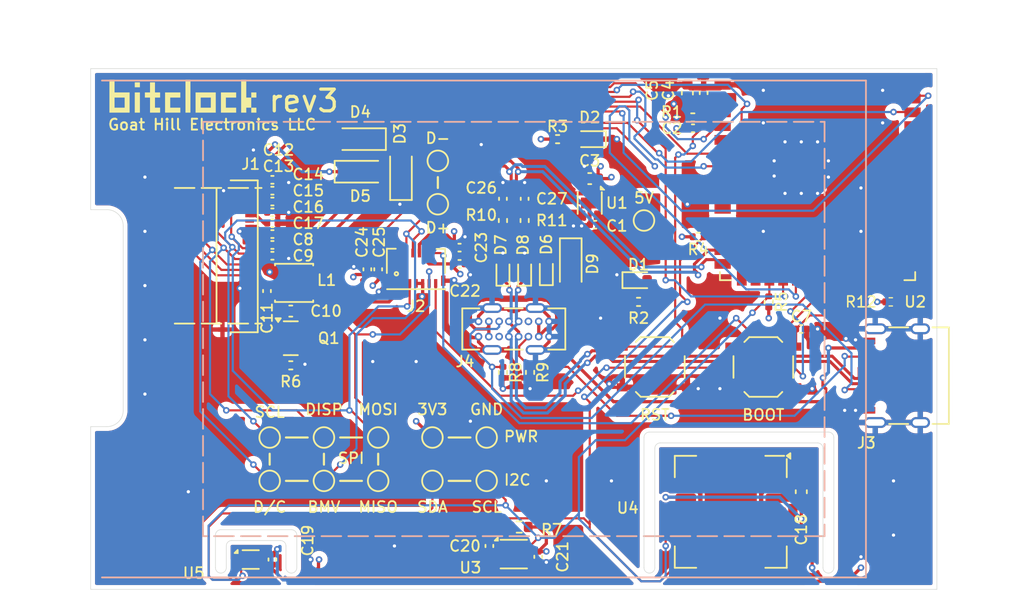
<source format=kicad_pcb>
(kicad_pcb (version 20240108) (generator "pcbnew") (generator_version "8.0")
  (layers (0 "F.Cu" signal) (1 "In1.Cu" power) (2 "In2.Cu" power) (31 "B.Cu" signal) (34 "B.Paste" user) (35 "F.Paste" user) (36 "B.SilkS" user "B.Silkscreen") (37 "F.SilkS" user "F.Silkscreen") (38 "B.Mask" user) (39 "F.Mask" user) (44 "Edge.Cuts" user))
  (net 0 "")
  (net 1 "GND")
  (net 2 "/CHIP_EN")
  (net 3 "/BOOT")
  (net 4 "+5V")
  (net 5 "VBUS")
  (net 6 "/D+")
  (net 7 "/D-")
  (net 8 "/D_RST_N")
  (net 9 "/D_BUSY_N")
  (net 10 "/Sensors/SGP4X_VDD")
  (net 11 "/Display Port/D_VCOM")
  (net 12 "/Display Port/D_VGL")
  (net 13 "/Display Port/D_VDL")
  (net 14 "/Display Port/D_VGH")
  (net 15 "/Display Port/D_VDH")
  (net 16 "/Display Port/D_VDDD")
  (net 17 "+3.3V")
  (net 18 "/Display Port/D_RESE")
  (net 19 "/Display Port/D_GDR")
  (net 20 "/Display Port/D_VGH_BD")
  (net 21 "/Display Port/D_VGL_PD")
  (net 22 "/LED_R")
  (net 23 "/LED_Y")
  (net 24 "/Display Port/D_VDHR")
  (net 25 "/USB/USB_D+")
  (net 26 "/USB/USB_D-")
  (net 32 "/USB/CC1")
  (net 33 "/USB/CC2")
  (net 57 "/SPI_MOSI")
  (net 58 "/SPI_MISO")
  (net 59 "/BMV_IRQ1")
  (net 60 "/BMV_IRQ2")
  (net 61 "/SPI_SCL")
  (net 62 "/SPI_CS_BMV")
  (net 63 "/SPI_CS_DISP")
  (net 64 "/D_DC")
  (net 65 "/I2C_SDA")
  (net 66 "/I2C_SCL")
  (footprint "Capacitor_SMD:C_0603_1608Metric" (layer "F.Cu") (at 68.44375 72.35)
    (property "Reference" "C10")
    (property "Value" "4.7µF")
  )
  (footprint "Resistor_SMD:R_0402_1005Metric" (layer "F.Cu") (at 88 64 90)
    (property "Reference" "R10")
    (property "Value" "0Ω")
  )
  (footprint "Babldev:Logo-Bitclock" (layer "F.Cu") (at 58.5 52.5)
    (property "Reference" "G***" (hide yes))
    (property "Value" "LOGO" (hide yes))
  )
  (footprint "Capacitor_SMD:C_0402_1005Metric" (layer "F.Cu") (at 115.5 74)
    (property "Reference" "C7")
    (property "Value" "10pF")
  )
  (footprint "Inductor_SMD:L_Sunlord_SWPA3010S" (layer "F.Cu") (at 68.75 69.75)
    (property "Reference" "L1")
    (property "Value" "600mA 10uH ±20% SPH3010H100MT")
  )
  (footprint "TestPoint:TestPoint_Pad_D1.5mm" (layer "F.Cu") (at 82 58.5)
    (property "Reference" "TP7" (hide yes))
    (property "Value" "TestPoint")
  )
  (footprint "TestPoint:TestPoint_Pad_D1.5mm" (layer "F.Cu") (at 66.5 88)
    (property "Reference" "TP10" (hide yes))
    (property "Value" "TestPoint")
  )
  (footprint "Capacitor_SMD:C_0603_1608Metric" (layer "F.Cu") (at 105 52.25 90)
    (property "Reference" "C5")
    (property "Value" "10µF")
  )
  (footprint "TestPoint:TestPoint_Pad_D1.5mm" (layer "F.Cu") (at 101 64)
    (property "Reference" "TP1" (hide yes))
    (property "Value" "TestPoint")
  )
  (footprint "LED_SMD:LED_0603_1608Metric" (layer "F.Cu") (at 100.5 69.5)
    (property "Reference" "D1")
    (property "Value" "KT-0603R")
  )
  (footprint "Resistor_SMD:R_0402_1005Metric" (layer "F.Cu") (at 68.44375 77.35)
    (property "Reference" "R6")
    (property "Value" "470mΩ")
  )
  (footprint "Capacitor_SMD:C_0402_1005Metric" (layer "F.Cu") (at 76.5 68.5 -90)
    (property "Reference" "C25")
    (property "Value" "1µF")
  )
  (footprint "Resistor_SMD:R_0402_1005Metric" (layer "F.Cu") (at 106 65.5 180)
    (property "Reference" "R4")
    (property "Value" "5.1kΩ")
  )
  (footprint "TestPoint:TestPoint_Pad_D1.5mm" (layer "F.Cu") (at 66.5 84)
    (property "Reference" "TP11" (hide yes))
    (property "Value" "TestPoint")
  )
  (footprint "TestPoint:TestPoint_Pad_D1.5mm" (layer "F.Cu") (at 86.5 88)
    (property "Reference" "TP5" (hide yes))
    (property "Value" "TestPoint")
  )
  (footprint "Button_Switch_SMD:SW_Push_1P1T_XKB_TS-1187A" (layer "F.Cu") (at 102 77.5)
    (property "Reference" "SW1" (hide yes))
    (property "Value" "SW_Push")
  )
  (footprint "TestPoint:TestPoint_Pad_D1.5mm" (layer "F.Cu") (at 81.5 88)
    (property "Reference" "TP4" (hide yes))
    (property "Value" "TestPoint")
  )
  (footprint "Diode_SMD:D_SOD-123" (layer "F.Cu") (at 94.25 68 -90)
    (property "Reference" "D9")
    (property "Value" "1N5819HW-7-F")
  )
  (footprint "Capacitor_SMD:C_0402_1005Metric" (layer "F.Cu") (at 96.5 64.3875)
    (property "Reference" "C1")
    (property "Value" "1µF")
  )
  (footprint "Capacitor_SMD:C_0603_1608Metric" (layer "F.Cu") (at 115.5 89 90)
    (property "Reference" "C18")
    (property "Value" "10µF")
  )
  (footprint "Resistor_SMD:R_0402_1005Metric" (layer "F.Cu") (at 93.0375 56.5)
    (property "Reference" "R3")
    (property "Value" "470R")
  )
  (footprint "Sensor:Sensirion_SCD4x-1EP_10.1x10.1mm_P1.25mm_EP4.8x4.8mm" (layer "F.Cu") (at 109 90.85 -90)
    (property "Reference" "U4")
    (property "Value" "SCD40-D-R2")
  )
  (footprint "TestPoint:TestPoint_Pad_D1.5mm" (layer "F.Cu") (at 86.5 84)
    (property "Reference" "TP3" (hide yes))
    (property "Value" "TestPoint")
  )
  (footprint "Resistor_SMD:R_0402_1005Metric" (layer "F.Cu") (at 112.5 71.5 -90)
    (property "Reference" "R5")
    (property "Value" "5.1kΩ")
  )
  (footprint "Capacitor_SMD:C_0402_1005Metric" (layer "F.Cu") (at 66.75 65.25)
    (property "Reference" "C17")
    (property "Value" "1µF")
  )
  (footprint "TestPoint:TestPoint_Pad_D1.5mm" (layer "F.Cu") (at 71.5 84)
    (property "Reference" "TP9" (hide yes))
    (property "Value" "TestPoint")
  )
  (footprint "Capacitor_SMD:C_0402_1005Metric" (layer "F.Cu") (at 86.75 94 -90)
    (property "Reference" "C20")
    (property "Value" "1µF")
  )
  (footprint "Capacitor_SMD:C_0402_1005Metric" (layer "F.Cu") (at 66.75 62.25)
    (property "Reference" "C14")
    (property "Value" "1µF")
  )
  (footprint "Capacitor_SMD:C_0402_1005Metric" (layer "F.Cu") (at 66.75 63.25)
    (property "Reference" "C15")
    (property "Value" "1µF")
  )
  (footprint "Diode_SMD:D_SOD-523" (layer "F.Cu") (at 90 68.75 90)
    (property "Reference" "D8")
    (property "Value" "LESD5D5.0CT1G")
  )
  (footprint "Capacitor_SMD:C_0402_1005Metric" (layer "F.Cu") (at 105.52 55.5 180)
    (property "Reference" "C2")
    (property "Value" "1µF")
  )
  (footprint "Diode_SMD:D_SOD-123" (layer "F.Cu") (at 74.85 59.5)
    (property "Reference" "D5")
    (property "Value" "1N5819HW-7-F")
  )
  (footprint "Package_TO_SOT_SMD:SOT-23" (layer "F.Cu") (at 68.44375 74.85)
    (property "Reference" "Q1")
    (property "Value" "AO3400A")
  )
  (footprint "Capacitor_SMD:C_0402_1005Metric" (layer "F.Cu") (at 66.75 64.25)
    (property "Reference" "C16")
    (property "Value" "1µF")
  )
  (footprint "Resistor_SMD:R_0402_1005Metric" (layer "F.Cu") (at 105.5 54.5)
    (property "Reference" "R1")
    (property "Value" "10kΩ")
  )
  (footprint "Diode_SMD:D_SOD-523" (layer "F.Cu") (at 92 68.7 90)
    (property "Reference" "D6")
    (property "Value" "LESD5D5.0CT1G")
  )
  (footprint "Capacitor_SMD:C_0402_1005Metric" (layer "F.Cu") (at 66.75 61.25)
    (property "Reference" "C13")
    (property "Value" "1µF")
  )
  (footprint "PCM_Espressif:ESP32-S3-WROOM-1" (layer "F.Cu") (at 117 59.75)
    (property "Reference" "U2")
    (property "Value" "ESP32-S3-WROOM-1-N8")
  )
  (footprint "Capacitor_SMD:C_0402_1005Metric" (layer "F.Cu") (at 91.25 95 -90)
    (property "Reference" "C21")
    (property "Value" "1µF")
  )
  (footprint "Diode_SMD:D_SOD-123" (layer "F.Cu") (at 74.85 56.5 180)
    (property "Reference" "D4")
    (property "Value" "1N5819HW-7-F")
  )
  (footprint "TestPoint:TestPoint_Pad_D1.5mm" (layer "F.Cu") (at 81.5 84)
    (property "Reference" "TP2" (hide yes))
    (property "Value" "TestPoint")
  )
  (footprint "LED_SMD:LED_0603_1608Metric" (layer "F.Cu") (at 96 56.5 180)
    (property "Reference" "D2")
    (property "Value" "19-213/Y2C-CQ2R2L/3T(CY)")
  )
  (footprint "Button_Switch_SMD:SW_Push_1P1T_XKB_TS-1187A" (layer "F.Cu") (at 112 77.5)
    (property "Reference" "SW2" (hide yes))
    (property "Value" "SW_Push")
  )
  (footprint "TestPoint:TestPoint_Pad_D1.5mm" (layer "F.Cu") (at 76.5 84)
    (property "Reference" "TP12" (hide yes))
    (property "Value" "TestPoint")
  )
  (footprint "Babldev:HRS_FH34SRJ-24S-0.5SH_99_" (layer "F.Cu") (at 63.5 67.3 -90)
    (property "Reference" "J1")
    (property "Value" "FH34SRJ-24S-0.5SH")
  )
  (footprint "EasyEDA2Kicad:TYPE-C-TH_16PLC-H10.0" (layer "F.Cu") (at 89 74)
    (property "Reference" "J4")
    (property "Value" "TYPE-C 16PLC-H10.0")
  )
  (footprint "Resistor_SMD:R_0402_1005Metric" (layer "F.Cu") (at 90 64 90)
    (property "Reference" "R11")
    (property "Value" "0Ω")
  )
  (footprint "Resistor_SMD:R_0603_1608Metric" (layer "F.Cu") (at 89.5 92.25 180)
    (property "Reference" "R7")
    (property "Value" "4.7Ω")
  )
  (footprint "Capacitor_SMD:C_0402_1005Metric" (layer "F.Cu") (at 66.75 95.25 -90)
    (property "Reference" "C19")
    (property "Value" "100nF")
  )
  (footprint "Capacitor_SMD:C_0402_1005Metric" (layer "F.Cu") (at 66.75 66.25)
    (property "Reference" "C8")
    (property "Value" "100nF")
  )
  (footprint "Sensor_Humidity:Sensirion_DFN-4_1.5x1.5mm_P0.8mm_SHT4x_NoCentralPad" (layer "F.Cu") (at 64.75 95.25)
    (property "Reference" "U5")
    (property "Value" "SHT40-AD1B-R2")
  )
  (footprint "Capacitor_SMD:C_0402_1005Metric" (layer "F.Cu") (at 84 68 180)
    (property "Reference" "C22")
    (property "Value" "1µF")
  )
  (footprint "Capacitor_SMD:C_0402_1005Metric" (layer "F.Cu") (at 106.5 52.25 90)
    (property "Reference" "C4")
    (property "Value" "100nF")
  )
  (footprint "Capacitor_SMD:C_0402_1005Metric" (layer "F.Cu") (at 66.75 60.25)
    (property "Reference" "C12")
    (property "Value" "1µF")
  )
  (footprint "Capacitor_SMD:C_0603_1608Metric" (layer "F.Cu") (at 96 60.1375)
    (property "Reference" "C3")
    (property "Value" "2.2µF")
  )
  (footprint "Resistor_SMD:R_0402_1005Metric" (layer "F.Cu") (at 123.75 71.5 180)
    (property "Reference" "R12")
    (property "Value" "10kΩ")
  )
  (footprint "Capacitor_SMD:C_0402_1005Metric" (layer "F.Cu") (at 88 62 90)
    (property "Reference" "C26")
    (property "Value" "22pF")
  )
  (footprint "Capacitor_SMD:C_0402_1005Metric" (layer "F.Cu") (at 66.75 67.25)
    (property "Reference" "C9")
    (property "Value" "1µF")
  )
  (footprint "Package_SON:WSON-6-1EP_2x2mm_P0.65mm_EP1x1.6mm" (layer "F.Cu") (at 96 62.3875 -90)
    (property "Reference" "U1")
    (property "Value" "TLV76733DRVT")
  )
  (footprint "TestPoint:TestPoint_Pad_D1.5mm" (layer "F.Cu") (at 82 62.5)
    (property "Reference" "TP6" (hide yes))
    (property "Value" "TestPoint")
  )
  (footprint "Capacitor_SMD:C_0402_1005Metric" (layer "F.Cu") (at 75.5 68.5 -90)
    (property "Reference" "C24")
    (property "Value" "1µF")
  )
  (footprint "TestPoint:TestPoint_Pad_D1.5mm" (layer "F.Cu") (at 76.5 88)
    (property "Reference" "TP13" (hide yes))
    (property "Value" "TestPoint")
  )
  (footprint "TestPoint:TestPoint_Pad_D1.5mm" (layer "F.Cu") (at 71.5 88)
    (property "Reference" "TP8" (hide yes))
    (property "Value" "TestPoint")
  )
  (footprint "Diode_SMD:D_SOD-523" (layer "F.Cu") (at 88 68.75 90)
    (property "Reference" "D7")
    (property "Value" "LESD5D5.0CT1G")
  )
  (footprint "Resistor_SMD:R_0402_1005Metric" (layer "F.Cu") (at 100.5 71.5)
    (property "Reference" "R2")
    (property "Value" "1k")
  )
  (footprint "EasyEDA2Kicad:USB-C-SMD_TYPE-C16PIN" (layer "F.Cu") (at 124.105 78.3 90)
    (property "Reference" "J3")
    (property "Value" "TYPE-C16PIN")
  )
  (footprint "Capacitor_SMD:C_0402_1005Metric" (layer "F.Cu") (at 66.25 70.5 90)
    (property "Reference" "C11")
    (property "Value" "1µF")
  )
  (footprint "Capacitor_SMD:C_0402_1005Metric" (layer "F.Cu") (at 90 62 90)
    (property "Reference" "C27")
    (property "Value" "22pF")
  )
  (footprint "Resistor_SMD:R_0402_1005Metric" (layer "F.Cu") (at 90.5 78 -90)
    (property "Reference" "R9")
    (property "Value" "5.1kΩ")
  )
  (footprint "Resistor_SMD:R_0402_1005Metric" (layer "F.Cu") (at 88 78 -90)
    (property "Reference" "R8")
    (property "Value" "5.1kΩ")
  )
  (footprint "EasyEDA2Kicad:FPC-SMD_ECT818001568" (layer "F.Cu") (at 80 68.4)
    (property "Reference" "J2")
    (property "Value" "ECT818001568")
  )
  (footprint "Babldev:XDCR_SGP41-D-R4" (layer "F.Cu") (at 89 94.75)
    (property "Reference" "U3")
    (property "Value" "SGP41-D-R4")
  )
  (footprint "Capacitor_SMD:C_0402_1005Metric" (layer "F.Cu") (at 84 66.5 180)
    (property "Reference" "C23")
    (property "Value" "1µF")
  )
  (footprint "Diode_SMD:D_SOD-123" (layer "F.Cu") (at 78.6 59.75 90)
    (property "Reference" "D3")
    (property "Value" "1N5819HW-7-F")
  )
  (footprint "Babldev:EInk_Display_2.71_E2271KS0C1" (layer "B.Cu") (at 86.25 74 90)
    (property "Reference" "EINK1" (hide yes))
    (property "Value" "EInk_Display_2.71_E2271KS0C1")
  )
  (gr_line (start 68 88) (end 70 88) (stroke (width 0.2)) (layer "F.SilkS"))
  (gr_line (start 68 84) (end 70 84) (stroke (width 0.2)) (layer "F.SilkS"))
  (gr_line (start 73 88) (end 75 88) (stroke (width 0.2)) (layer "F.SilkS"))
  (gr_line (start 82 61) (end 82 60) (stroke (width 0.2)) (layer "F.SilkS"))
  (gr_line (start 71.5 85.5) (end 71.5 86.5) (stroke (width 0.2)) (layer "F.SilkS"))
  (gr_line (start 83 88) (end 85 88) (stroke (width 0.2)) (layer "F.SilkS"))
  (gr_line (start 76.5 86.5) (end 76.5 85.5) (stroke (width 0.2)) (layer "F.SilkS"))
  (gr_line (start 73 84) (end 75 84) (stroke (width 0.2)) (layer "F.SilkS"))
  (gr_line (start 66.5 85.5) (end 66.5 86.5) (stroke (width 0.2)) (layer "F.SilkS"))
  (gr_line (start 83 84) (end 85 84) (stroke (width 0.2)) (layer "F.SilkS"))
  (gr_line (start 61.5 93) (end 61.5 96) (stroke (width 0.05)) (layer "Edge.Cuts"))
  (gr_arc (start 118 96.5) (mid 117.646447 96.353553) (end 117.5 96) (stroke (width 0.05)) (layer "Edge.Cuts"))
  (gr_line (start 68 94) (end 68 96) (stroke (width 0.05)) (layer "Edge.Cuts"))
  (gr_line (start 50 50) (end 128 50) (stroke (width 0.05)) (layer "Edge.Cuts"))
  (gr_line (start 63 93.5) (end 67.5 93.5) (stroke (width 0.05)) (layer "Edge.Cuts"))
  (gr_arc (start 101 84) (mid 101.146447 83.646447) (end 101.5 83.5) (stroke (width 0.05)) (layer "Edge.Cuts"))
  (gr_line (start 51.5 83) (end 50 83) (stroke (width 0.05)) (layer "Edge.Cuts"))
  (gr_arc (start 51.5 63) (mid 52.56066 63.43934) (end 53 64.5) (stroke (width 0.05)) (layer "Edge.Cuts"))
  (gr_arc (start 69 96) (mid 68.853553 96.353553) (end 68.5 96.5) (stroke (width 0.05)) (layer "Edge.Cuts"))
  (gr_line (start 53 64.5) (end 53 81.5) (stroke (width 0.05)) (layer "Edge.Cuts"))
  (gr_arc (start 53 81.5) (mid 52.56066 82.56066) (end 51.5 83) (stroke (width 0.05)) (layer "Edge.Cuts"))
  (gr_line (start 102.5 84.5) (end 117 84.5) (stroke (width 0.05)) (layer "Edge.Cuts"))
  (gr_line (start 118.5 96) (end 118.5 84) (stroke (width 0.05)) (layer "Edge.Cuts"))
  (gr_line (start 50 63) (end 50 50) (stroke (width 0.05)) (layer "Edge.Cuts"))
  (gr_arc (start 62.5 96) (mid 62.353553 96.353553) (end 62 96.5) (stroke (width 0.05)) (layer "Edge.Cuts"))
  (gr_line (start 69 96) (end 69 93) (stroke (width 0.05)) (layer "Edge.Cuts"))
  (gr_line (start 117.5 85) (end 117.5 96) (stroke (width 0.05)) (layer "Edge.Cuts"))
  (gr_arc (start 62.5 94) (mid 62.646447 93.646447) (end 63 93.5) (stroke (width 0.05)) (layer "Edge.Cuts"))
  (gr_arc (start 117 84.5) (mid 117.353553 84.646447) (end 117.5 85) (stroke (width 0.05)) (layer "Edge.Cuts"))
  (gr_line (start 118 83.5) (end 101.5 83.5) (stroke (width 0.05)) (layer "Edge.Cuts"))
  (gr_arc (start 61.5 93) (mid 61.646447 92.646447) (end 62 92.5) (stroke (width 0.05)) (layer "Edge.Cuts"))
  (gr_line (start 128 98) (end 50 98) (stroke (width 0.05)) (layer "Edge.Cuts"))
  (gr_line (start 101 84) (end 101 96) (stroke (width 0.05)) (layer "Edge.Cuts"))
  (gr_arc (start 101.5 96.5) (mid 101.146447 96.353553) (end 101 96) (stroke (width 0.05)) (layer "Edge.Cuts"))
  (gr_line (start 62.5 96) (end 62.5 94) (stroke (width 0.05)) (layer "Edge.Cuts"))
  (gr_arc (start 62 96.5) (mid 61.646447 96.353553) (end 61.5 96) (stroke (width 0.05)) (layer "Edge.Cuts"))
  (gr_arc (start 102 85) (mid 102.146447 84.646447) (end 102.5 84.5) (stroke (width 0.05)) (layer "Edge.Cuts"))
  (gr_arc (start 67.5 93.5) (mid 67.853553 93.646447) (end 68 94) (stroke (width 0.05)) (layer "Edge.Cuts"))
  (gr_arc (start 118 83.5) (mid 118.353553 83.646447) (end 118.5 84) (stroke (width 0.05)) (layer "Edge.Cuts"))
  (gr_arc (start 68.5 92.5) (mid 68.853553 92.646447) (end 69 93) (stroke (width 0.05)) (layer "Edge.Cuts"))
  (gr_line (start 128 50) (end 128 98) (stroke (width 0.05)) (layer "Edge.Cuts"))
  (gr_line (start 102 96) (end 102 85) (stroke (width 0.05)) (layer "Edge.Cuts"))
  (gr_line (start 50 63) (end 51.5 63) (stroke (width 0.05)) (layer "Edge.Cuts"))
  (gr_line (start 68.5 92.5) (end 62 92.5) (stroke (width 0.05)) (layer "Edge.Cuts"))
  (gr_arc (start 102 96) (mid 101.853553 96.353553) (end 101.5 96.5) (stroke (width 0.05)) (layer "Edge.Cuts"))
  (gr_line (start 50 98) (end 50 83) (stroke (width 0.05)) (layer "Edge.Cuts"))
  (gr_arc (start 68.5 96.5) (mid 68.146447 96.353553) (end 68 96) (stroke (width 0.05)) (layer "Edge.Cuts"))
  (gr_arc (start 118.5 96) (mid 118.353553 96.353553) (end 118 96.5) (stroke (width 0.05)) (layer "Edge.Cuts"))
  (gr_text "Goat Hill Electronics LLC" (at 51.5 55.75 0) (layer "F.SilkS") (effects (font (size 1 1) (thickness 0.18)) (justify left bottom)))
  (gr_text "BMV" (at 71.5 91 0) (layer "F.SilkS") (effects (font (size 1 1) (thickness 0.165) (bold yes)) (justify bottom)))
  (gr_text "PWR" (at 88 84.5 0) (layer "F.SilkS") (effects (font (size 1 1) (thickness 0.165) (bold yes)) (justify left bottom)))
  (gr_text "DISP" (at 71.5 82 0) (layer "F.SilkS") (effects (font (size 1 1) (thickness 0.165) (bold yes)) (justify bottom)))
  (gr_text "D/C" (at 66.5 91 0) (layer "F.SilkS") (effects (font (size 1 1) (thickness 0.165) (bold yes)) (justify bottom)))
  (gr_text "BOOT" (at 112 82.5 0) (layer "F.SilkS") (effects (font (size 1 1) (thickness 0.165) (bold yes)) (justify bottom)))
  (gr_text "I2C" (at 88 88.5 0) (layer "F.SilkS") (effects (font (size 1 1) (thickness 0.165) (bold yes)) (justify left bottom)))
  (gr_text "MOSI" (at 76.5 82 0) (layer "F.SilkS") (effects (font (size 1 1) (thickness 0.165) (bold yes)) (justify bottom)))
  (gr_text "SDA" (at 81.5 91 0) (layer "F.SilkS") (effects (font (size 1 1) (thickness 0.165) (bold yes)) (justify bottom)))
  (gr_text "MISO" (at 76.5 91 0) (layer "F.SilkS") (effects (font (size 1 1) (thickness 0.165) (bold yes)) (justify bottom)))
  (gr_text "5V" (at 101 62.5 0) (layer "F.SilkS") (effects (font (size 1 1) (thickness 0.165) (bold yes)) (justify bottom)))
  (gr_text "D+" (at 82 65.25 0) (layer "F.SilkS") (effects (font (size 1 1) (thickness 0.165) (bold yes)) (justify bottom)))
  (gr_text "rev3" (at 66.25 54.15 0) (layer "F.SilkS") (effects (font (size 2 2) (thickness 0.3)) (justify left bottom)))
  (gr_text "SCL" (at 66.5 82.25 0) (layer "F.SilkS") (effects (font (size 1 1) (thickness 0.165) (bold yes)) (justify bottom)))
  (gr_text "RST" (at 102 82.5 0) (layer "F.SilkS") (effects (font (size 1 1) (thickness 0.165) (bold yes)) (justify bottom)))
  (gr_text "3V3" (at 81.5 82 0) (layer "F.SilkS") (effects (font (size 1 1) (thickness 0.165) (bold yes)) (justify bottom)))
  (gr_text "SCL" (at 86.5 91 0) (layer "F.SilkS") (effects (font (size 1 1) (thickness 0.165) (bold yes)) (justify bottom)))
  (gr_text "SPI" (at 74 86.5 0) (layer "F.SilkS") (effects (font (size 1 1) (thickness 0.165) (bold yes)) (justify bottom)))
  (gr_text "GND" (at 86.5 82 0) (layer "F.SilkS") (effects (font (size 1 1) (thickness 0.165) (bold yes)) (justify bottom)))
  (gr_text "D-" (at 82 57 0) (layer "F.SilkS") (effects (font (size 1 1) (thickness 0.165) (bold yes)) (justify bottom)))
  (segment (start 105.875 79.375) (end 106 79.5) (width 0.3) (layer "F.Cu") (net 1))
  (segment (start 80.6 69.8) (end 80.6 70.95) (width 0.3) (layer "F.Cu") (net 1))
  (segment (start 97.799265 79.049265) (end 98.125 79.375) (width 0.3) (layer "F.Cu") (net 1))
  (segment (start 115 79.375) (end 116.375 79.375) (width 0.3) (layer "F.Cu") (net 1))
  (segment (start 88 68.05) (end 88 67) (width 0.3) (layer "F.Cu") (net 1))
  (segment (start 66.75 94.75) (end 67.2 94.3) (width 0.3) (layer "F.Cu") (net 1))
  (segment (start 84.48 68) (end 85 68.52) (width 0.3) (layer "F.Cu") (net 1))
  (segment (start 105 79.375) (end 105.875 79.375) (width 0.3) (layer "F.Cu") (net 1))
  (segment (start 87.85 94.75) (end 87.02 94.75) (width 0.3) (layer "F.Cu") (net 1))
  (segment (start 116.375 79.375) (end 116.5 79.5) (width 0.3) (layer "F.Cu") (net 1))
  (segment (start 89 94.75) (end 87.85 94.75) (width 0.3) (layer "F.Cu") (net 1))
  (segment (start 104.275 51.475) (end 105 51.475) (width 0.5) (layer "F.Cu") (net 1))
  (segment (start 78.6 61.4) (end 78.6 62.4) (width 0.3) (layer "F.Cu") (net 1))
  (segment (start 116.5 89.225) (end 115.5 88.225) (width 0.3) (layer "F.Cu") (net 1))
  (segment (start 91.25 95.48) (end 90.22 95.48) (width 0.3) (layer "F.Cu") (net 1))
  (segment (start 95.3625 64.3875) (end 95.25 64.5) (width 0.3) (layer "F.Cu") (net 1))
  (segment (start 62.15 60.55) (end 62.15 61.15) (width 0.3) (layer "F.Cu") (net 1))
  (segment (start 116.5 96) (end 116.5 89.225) (width 0.3) (layer "F.Cu") (net 1))
  (segment (start 121.745 81.5) (end 120.5 81.5) (width 0.3) (layer "F.Cu") (net 1))
  (segment (start 74.48 68.02) (end 74.25 68.25) (width 0.3) (layer "F.Cu") (net 1))
  (segment (start 120.5 75) (end 119.732414 75) (width 0.3) (layer "F.Cu") (net 1))
  (segment (start 88 78.51) (end 88 79.5) (width 0.3) (layer "F.Cu") (net 1))
  (segment (start 111.5 88.35) (end 113.15 88.35) (width 0.3) (layer "F.Cu") (net 1))
  (segment (start 66.25 70.02) (end 65.78 69.55) (width 0.3) (layer "F.Cu") (net 1))
  (segment (start 90.5 78.51) (end 90.5 79.5) (width 0.3) (layer "F.Cu") (net 1))
  (segment (start 95.35 61.5) (end 95.35 60.2625) (width 0.3) (layer "F.Cu") (net 1))
  (segment (start 108.125 79.375) (end 108 79.5) (width 0.3) (layer "F.Cu") (net 1))
  (segment (start 103.25 52.5) (end 104.275 51.475) (width 0.5) (layer "F.Cu") (net 1))
  (segment (start 89.8 95.55) (end 90.15 95.55) (width 0.3) (layer "F.Cu") (net 1))
  (segment (start 80 69.8) (end 80.6 69.8) (width 0.3) (layer "F.Cu") (net 1))
  (segment (start 75.5 68.02) (end 74.48 68.02) (width 0.3) (layer "F.Cu") (net 1))
  (segment (start 89 94.75) (end 89.8 95.55) (width 0.3) (layer "F.Cu") (net 1))
  (segment (start 63.75 69.7) (end 63.75 70.25) (width 0.3) (layer "F.Cu") (net 1))
  (segment (start 92.25 75.194974) (end 91.514974 75.93) (width 0.3) (layer "F.Cu") (net 1))
  (segment (start 87.02 94.75) (end 86.75 94.48) (width 0.3) (layer "F.Cu") (net 1))
  (segment (start 120.6 75.1) (end 120.5 75) (width 0.3) (layer "F.Cu") (net 1))
  (segment (start 92.25 72.87) (end 92.25 73.3) (width 0.3) (layer "F.Cu") (net 1))
  (segment (start 64.65 69.55) (end 63.9 69.55) (width 0.3) (layer "F.Cu") (net 1))
  (segment (start 115.5 88.225) (end 113.275 88.225) (width 0.3) (layer "F.Cu") (net 1))
  (segment (start 78.6 62.4) (end 78.5 62.5) (width 0.3) (layer "F.Cu") (net 1))
  (segment (start 86.5 84) (end 85 82.5) (width 0.3) (layer "F.Cu") (net 1))
  (segment (start 96.02 64.3875) (end 95.3625 64.3875) (width 0.3) (layer "F.Cu") (net 1))
  (segment (start 95.225 59.275) (end 95.5 59) (width 0.3) (layer "F.Cu") (net 1))
  (segment (start 98.125 79.375) (end 99 79.375) (width 0.3) (layer "F.Cu") (net 1))
  (segment (start 85.75 72.805026) (end 86.485026 72.07) (width 0.3) (layer "F.Cu") (net 1))
  (segment (start 119.732414 75) (end 119.616207 74.883793) (width 0.3) (layer "F.Cu") (net 1))
  (segment (start 62.15 61.15) (end 62.25 61.25) (width 0.3) (layer "F.Cu") (net 1))
  (segment (start 91.98 95.48) (end 92 95.5) (width 0.3) (layer "F.Cu") (net 1))
  (segment (start 65.45 94.85) (end 66.67 94.85) (width 0.3) (layer "F.Cu") (net 1))
  (segment (start 85.75 75.194974) (end 86.485026 75.93) (width 0.3) (layer "F.Cu") (net 1))
  (segment (start 109 79.375) (end 108.125 79.375) (width 0.3) (layer "F.Cu") (net 1))
  (segment (start 85 68.52) (end 85 69) (width 0.3) (layer "F.Cu") (net 1))
  (segment (start 63.8 65.05) (end 63.75 65) (width 0.3) (layer "F.Cu") (net 1))
  (segment (start 106.5 88.35) (end 104.85 88.35) (width 0.3) (layer "F.Cu") (net 1))
  (segment (start 105.295 51.77) (end 105 51.475) (width 0.5) (layer "F.Cu") (net 1))
  (segment (start 69.65 77.35) (end 69.75 77.25) (width 0.3) (layer "F.Cu") (net 1))
  (segment (start 91.45 72.07) (end 92.25 72.87) (width 0.3) (layer "F.Cu") (net 1))
  (segment (start 109 90.85) (end 106.5 88.35) (width 0.3) (layer "F.Cu") (net 1))
  (segment (start 82.5 69.55) (end 83.45 69.55) (width 0.3) (layer "F.Cu") (net 1))
  (segment (start 121.745 75.1) (end 120.6 75.1) (width 0.3) (layer "F.Cu") (net 1))
  (segment (start 99 79.375) (end 105 79.375) (width 0.3) (layer "F.Cu") (net 1))
  (segment (start 95.25 64.5) (end 94.5 64.5) (width 0.3) (layer "F.Cu") (net 1))
  (segment (start 115.98 74) (end 117 74) (width 0.3) (layer "F.Cu") (net 1))
  (segment (start 85.75 73.3) (end 85.75 72.805026) (width 0.3) (layer "F.Cu") (net 1))
  (segment (start 99.7125 69.5) (end 99 69.5) (width 0.3) (layer "F.Cu") (net 1))
  (segment (start 88 61.52) (end 88 60.5) (width 0.3) (layer "F.Cu") (net 1))
  (segment (start 96 63.275) (end 96 62.3875) (width 0.3) (layer "F.Cu") (net 1))
  (segment (start 96.7875 56.5) (end 98.5 56.5) (width 0.3) (layer "F.Cu") (net 1))
  (segment (start 92.25 74.7) (end 92.25 75.194974) (width 0.3) (layer "F.Cu") (net 1))
  (segment (start 90 68.05) (end 90 67) (width 0.3) (layer "F.Cu") (net 1))
  (segment (start 90 61.52) (end 90 60.5) (width 0.3) (layer "F.Cu") (net 1))
  (segment (start 91.25 95.48) (end 91.98 95.48) (width 0.3) (layer "F.Cu") (net 1))
  (segment (start 85.75 74.7) (end 85.75 75.194974) (width 0.3) (layer "F.Cu") (net 1))
  (segment (start 84.48 65.52) (end 84.5 65.5) (width 0.3) (layer "F.Cu") (net 1))
  (segment (start 120.5 81.5) (end 119.5 81.5) (width 0.3) (layer "F.Cu") (net 1))
  (segment (start 106 51.77) (end 105.295 51.77) (width 0.5) (layer "F.Cu") (net 1))
  (segment (start 83.45 69.55) (end 83.5 69.5) (width 0.3) (layer "F.Cu") (net 1))
  (segment (start 107.97 51.77) (end 108.25 51.49) (width 0.5) (layer "F.Cu") (net 1))
  (segment (start 64.65 65.05) (end 63.8 65.05) (width 0.3) (layer "F.Cu") (net 1))
  (segment (start 80.6 70.95) (end 80.55 71) (width 0.3) (layer "F.Cu") (net 1))
  (segment (start 109 90.85) (end 111.5 88.35) (width 0.3) (layer "F.Cu") (net 1))
  (segment (start 77.48 68.02) (end 78.5 67) (width 0.3) (layer "F.Cu") (net 1))
  (segment (start 109 79.375) (end 115 79.375) (width 0.3) (layer "F.Cu") (net 1))
  (segment (start 77.5 69.631374) (end 76.565687 70.565687) (width 0.3) (layer "F.Cu") (net 1))
  (segment (start 106 51.77) (end 107.97 51.77) (width 0.5) (layer "F.Cu") (net 1))
  (segment (start 65.78 69.55) (end 64.65 69.55) (width 0.3) (layer "F.Cu") (net 1))
  (segment (start 76.5 68.02) (end 77.48 68.02) (width 0.3) (layer "F.Cu") (net 1))
  (segment (start 96.02 64.3875) (end 96.02 63.295) (width 0.3) (layer "F.Cu") (net 1))
  (segment (start 76.5 68.02) (end 75.5 68.02) (width 0.3) (layer "F.Cu") (net 1))
  (segment (start 106.5 51.77) (end 106 51.77) (width 0.5) (layer "F.Cu") (net 1))
  (segment (start 105.04 55.5) (end 104 55.5) (width 0.3) (layer "F.Cu") (net 1))
  (segment (start 63.9 69.55) (end 63.75 69.7) (width 0.3) (layer "F.Cu") (net 1))
  (segment (start 95.225 60.1375) (end 95.225 59.275) (width 0.3) (layer "F.Cu") (net 1))
  (segment (start 99 69.5) (end 98.5 69) (width 0.3) (layer "F.Cu") (net 1))
  (segment (start 84.48 66.5) (end 84.48 65.52) (width 0.3) (layer "F.Cu") (net 1))
  (segment (start 68.95375 77.35) (end 69.65 77.35) (width 0.3) (layer "F.Cu") (net 1))
  (via (at 121 65) (size 0.6) (drill 0.3) (layers "F.Cu" "B.Cu") (net 1))
  (via (at 68.25 60.5) (size 0.6) (drill 0.3) (layers "F.Cu" "B.Cu") (net 1))
  (via (at 119.616207 74.883793) (size 0.6) (drill 0.3) (layers "F.Cu" "B.Cu") (net 1))
  (via (at 94.5 64.5) (size 0.6) (drill 0.3) (layers "F.Cu" "B.Cu") (net 1))
  (via (at 112 65) (size 0.6) (drill 0.3) (layers "F.Cu" "B.Cu") (net 1))
  (via (at 113 59.9) (size 0.6) (drill 0.3) (layers "F.Cu" "B.Cu") (net 1))
  (via (at 90 67) (size 0.6) (drill 0.3) (layers "F.Cu" "B.Cu") (net 1))
  (via (at 85 82.5) (size 0.6) (drill 0.3) (layers "F.Cu" "B.Cu") (net 1))
  (via (at 97 73) (size 0.6) (drill 0.3) (layers "F.Cu" "B.Cu") (net 1))
  (via (at 119.5 81.5) (size 0.6) (drill 0.3) (layers "F.Cu" "B.Cu") (net 1))
  (via (at 98.5 56.5) (size 0.6) (drill 0.3) (layers "F.Cu" "B.Cu") (net 1))
  (via (at 76.565687 70.565687) (size 0.6) (drill 0.3) (layers "F.Cu" "B.Cu") (net 1))
  (via (at 78.5 62.5) (size 0.6) (drill 0.3) (layers "F.Cu" "B.Cu") (net 1))
  (via (at 116.5 96) (size 0.6) (drill 0.3) (layers "F.Cu" "B.Cu") (net 1))
  (via (at 55 60) (size 0.6) (drill 0.3) (layers "F.Cu" "B.Cu") (net 1))
  (via (at 55 65) (size 0.6) (drill 0.3) (layers "F.Cu" "B.Cu") (net 1))
  (via (at 124 93) (size 0.6) (drill 0.3) (layers "F.Cu" "B.Cu") (net 1))
  (via (at 62.25 61.25) (size 0.6) (drill 0.3) (layers "F.Cu" "B.Cu") (net 1))
  (via (at 103.25 52.5) (size 0.6) (drill 0.3) (layers "F.Cu" "B.Cu") (net 1))
  (via (at 83.5 69.5) (size 0.6) (drill 0.3) (layers "F.Cu" "B.Cu") (net 1))
  (via (at 65 57.5) (size 0.6) (drill 0.3) (layers "F.Cu" "B.Cu") (net 1))
  (via (at 115.5 56.75) (size 0.6) (drill 0.3) (layers "F.Cu" "B.Cu") (net 1))
  (via (at 98 88) (size 0.6) (drill 0.3) (layers "F.Cu" "B.Cu") (net 1))
  (via (at 95.25 64.5) (size 0.6) (drill 0.3) (layers "F.Cu" "B.Cu") (net 1))
  (via (at 121 61) (size 0.6) (drill 0.3) (layers "F.Cu" "B.Cu") (net 1))
  (via (at 68.25 67.5) (size 0.6) (drill 0.3) (layers "F.Cu" "B.Cu") (net 1))
  (via (at 76 77) (size 0.6) (drill 0.3) (layers "F.Cu" "B.Cu") (net 1))
  (via (at 114 61.5) (size 0.6) (drill 0.3) (layers "F.Cu" "B.Cu") (net 1))
  (via (at 92 88) (size 0.6) (drill 0.3) (layers "F.Cu" "B.Cu") (net 1))
  (via (at 90 60.5) (size 0.6) (drill 0.3) (layers "F.Cu" "B.Cu") (net 1))
  (via (at 115.5 61.5) (size 0.6) (drill 0.3) (layers "F.Cu" "B.Cu") (net 1))
  (via (at 104 55.5) (size 0.6) (drill 0.3) (layers "F.Cu" "B.Cu") (net 1))
  (via (at 85 69) (size 0.6) (drill 0.3) (layers "F.Cu" "B.Cu") (net 1))
  (via (at 90.5 79.5) (size 0.6) (drill 0.3) (layers "F.Cu" "B.Cu") (net 1))
  (via (at 78 94) (size 0.6) (drill 0.3) (layers "F.Cu" "B.Cu") (net 1))
  (via (at 63.75 70.25) (size 0.6) (drill 0.3) (layers "F.Cu" "B.Cu") (net 1))
  (via (at 124 88) (size 0.6) (drill 0.3) (layers "F.Cu" "B.Cu") (net 1))
  (via (at 117 56.75) (size 0.6) (drill 0.3) (layers "F.Cu" "B.Cu") (net 1))
  (via (at 108 79.5) (size 0.6) (drill 0.3) (layers "F.Cu" "B.Cu") (net 1))
  (via (at 112 55) (size 0.6) (drill 0.3) (layers "F.Cu" "B.Cu") (net 1))
  (via (at 92 95.5) (size 0.6) (drill 0.3) (layers "F.Cu" "B.Cu") (net 1))
  (via (at 84.5 65.5) (size 0.6) (drill 0.3) (layers "F.Cu" "B.Cu") (net 1))
  (via (at 70.25 95.25) (size 0.6) (drill 0.3) (layers "F.Cu" "B.Cu") (net 1))
  (via (at 121 95) (size 0.6) (drill 0.3) (layers "F.Cu" "B.Cu") (net 1))
  (via (at 88 60.5) (size 0.6) (drill 0.3) (layers "F.Cu" "B.Cu") (net 1))
  (via (at 69.75 77.25) (size 0.6) (drill 0.3) (layers "F.Cu" "B.Cu") (net 1))
  (via (at 67.2 94.3) (size 0.6) (drill 0.3) (layers "F.Cu" "B.Cu") (net 1))
  (via (at 55 70) (size 0.6) (drill 0.3) (layers "F.Cu" "B.Cu") (net 1))
  (via (at 116.5 79.5) (size 0.6) (drill 0.3) (layers "F.Cu" "B.Cu") (net 1))
  (via (at 68.25 63.25) (size 0.6) (drill 0.3) (layers "F.Cu" "B.Cu") (net 1))
  (via (at 120.5 75) (size 0.6) (drill 0.3) (layers "F.Cu" "B.Cu") (net 1))
  (via (at 118 58.5) (size 0.6) (drill 0.3) (layers "F.Cu" "B.Cu") (net 1))
  (via (at 123 52) (size 0.6) (drill 0.3) (layers "F.Cu" "B.Cu") (net 1))
  (via (at 113 58.5) (size 0.6) (drill 0.3) (layers "F.Cu" "B.Cu") (net 1))
  (via (at 97.799265 79.049265) (size 0.6) (drill 0.3) (layers "F.Cu" "B.Cu") (net 1))
  (via (at 117 61.5) (size 0.6) (drill 0.3) (layers "F.Cu" "B.Cu") (net 1))
  (via (at 63.75 65) (size 0.6) (drill 0.3) (layers "F.Cu" "B.Cu") (net 1))
  (via (at 106 79.5) (size 0.6) (drill 0.3) (layers "F.Cu" "B.Cu") (net 1))
  (via (at 88 79.5) (size 0.6) (drill 0.3) (layers "F.Cu" "B.Cu") (net 1))
  (via (at 105 62.5) (size 0.6) (drill 0.3) (layers "F.Cu" "B.Cu") (net 1))
  (via (at 114 56.75) (size 0.6) (drill 0.3) (layers "F.Cu" "B.Cu") (net 1))
  (via (at 80 77) (size 0.6) (drill 0.3) (layers "F.Cu" "B.Cu") (net 1))
  (via (at 117 74) (size 0.6) (drill 0.3) (layers "F.Cu" "B.Cu") (net 1))
  (via (at 118 60) (size 0.6) (drill 0.3) (layers "F.Cu" "B.Cu") (net 1))
  (via (at 80.55 71) (size 0.6) (drill 0.3) (layers "F.Cu" "B.Cu") (net 1))
  (via (at 95.5 59) (size 0.6) (drill 0.3) (layers "F.Cu" "B.Cu") (net 1))
  (via (at 55 75) (size 0.6) (drill 0.3) (layers "F.Cu" "B.Cu") (net 1))
  (via (at 55 80) (size 0.6) (drill 0.3) (layers "F.Cu" "B.Cu") (net 1))
  (via (at 74.25 68.25) (size 0.6) (drill 0.3) (layers "F.Cu" "B.Cu") (net 1))
  (via (at 98.5 69) (size 0.6) (drill 0.3) (layers "F.Cu" "B.Cu") (net 1))
  (via (at 112 52) (size 0.6) (drill 0.3) (layers "F.Cu" "B.Cu") (net 1))
  (via (at 123 55) (size 0.6) (drill 0.3) (layers "F.Cu" "B.Cu") (net 1))
  (via (at 120.5 81.5) (size 0.6) (drill 0.3) (layers "F.Cu" "B.Cu") (net 1))
  (via (at 59 89) (size 0.6) (drill 0.3) (layers "F.Cu" "B.Cu") (net 1))
  (via (at 86 57) (size 0.6) (drill 0.3) (layers "F.Cu" "B.Cu") (net 1))
  (via (at 88 67) (size 0.6) (drill 0.3) (layers "F.Cu" "B.Cu") (net 1))
  (via (at 108 73) (size 0.6) (drill 0.3) (layers "F.Cu" "B.Cu") (net 1))
  (segment (start 116.5 96.25) (end 117.5 97.25) (width 0.3) (layer "B.Cu") (net 1))
  (segment (start 117.5 97.25) (end 118.75 97.25) (width 0.3) (layer "B.Cu") (net 1))
  (segment (start 118.75 97.25) (end 121 95) (width 0.3) (layer "B.Cu") (net 1))
  (segment (start 67.741117 97.125) (end 69.258883 97.125) (width 0.3) (layer "B.Cu") (net 1))
  (segment (start 70.25 96.133883) (end 70.25 95.25) (width 0.3) (layer "B.Cu") (net 1))
  (segment (start 67.2 94.3) (end 67.2 96.583883) (width 0.3) (layer "B.Cu") (net 1))
  (segment (start 116.5 96) (end 116.5 96.25) (width 0.3) (layer "B.Cu") (net 1))
  (segment (start 67.2 96.583883) (end 67.741117 97.125) (width 0.3) (layer "B.Cu") (net 1))
  (segment (start 69.258883 97.125) (end 70.25 96.133883) (width 0.3) (layer "B.Cu") (net 1))
  (segment (start 105 75.625) (end 99 75.625) (width 0.2) (layer "F.Cu") (net 2))
  (segment (start 106 55.5) (end 106 54.51) (width 0.2) (layer "F.Cu") (net 2))
  (segment (start 105.5 57.125) (end 105.5 56.309999) (width 0.2) (layer "F.Cu") (net 2))
  (segment (start 106 55.809999) (end 106 55.5) (width 0.2) (layer "F.Cu") (net 2))
  (segment (start 103.875 73.355) (end 104.52 74) (width 0.2) (layer "F.Cu") (net 2))
  (segment (start 104.52 75.145) (end 104.52 74) (width 0.2) (layer "F.Cu") (net 2))
  (segment (start 103.875 58.22159) (end 103.875 73.355) (width 0.2) (layer "F.Cu") (net 2))
  (segment (start 105.5 56.309999) (end 106 55.809999) (width 0.2) (layer "F.Cu") (net 2))
  (segment (start 107.78 54.5) (end 108.25 54.03) (width 0.2) (layer "F.Cu") (net 2))
  (segment (start 106.01 54.5) (end 107.78 54.5) (width 0.2) (layer "F.Cu") (net 2))
  (segment (start 105 75.625) (end 104.52 75.145) (width 0.2) (layer "F.Cu") (net 2))
  (segment (start 104.174551 57.922039) (end 103.875 58.22159) (width 0.2) (layer "F.Cu") (net 2))
  (via (at 105.5 57.125) (size 0.6) (drill 0.3) (layers "F.Cu" "B.Cu") (net 2))
  (via (at 104.174551 57.922039) (size 0.6) (drill 0.3) (layers "F.Cu" "B.Cu") (net 2))
  (segment (start 104.702961 57.922039) (end 105.5 57.125) (width 0.2) (layer "B.Cu") (net 2))
  (segment (start 104.174551 57.922039) (end 104.702961 57.922039) (width 0.2) (layer "B.Cu") (net 2))
  (segment (start 109 75.625) (end 115 75.625) (width 0.2) (layer "F.Cu") (net 3))
  (segment (start 125.75 70.01) (end 124.26 71.5) (width 0.2) (layer "F.Cu") (net 3))
  (segment (start 123.38 72.75) (end 116.27 72.75) (width 0.2) (layer "F.Cu") (net 3))
  (segment (start 125.75 68) (end 125.75 70.01) (width 0.2) (layer "F.Cu") (net 3))
  (segment (start 115.02 74) (end 115.02 75.605) (width 0.2) (layer "F.Cu") (net 3))
  (segment (start 124.26 71.87) (end 123.38 72.75) (width 0.2) (layer "F.Cu") (net 3))
  (segment (start 124.26 71.5) (end 124.26 71.87) (width 0.2) (layer "F.Cu") (net 3))
  (segment (start 116.27 72.75) (end 115.02 74) (width 0.2) (layer "F.Cu") (net 3))
  (segment (start 96.98 64.3875) (end 96.98 64.697499) (width 0.3) (layer "F.Cu") (net 4))
  (segment (start 96.15 66.35) (end 96.98 65.52) (width 0.3) (layer "F.Cu") (net 4))
  (segment (start 97.3675 64) (end 96.98 64.3875) (width 0.3) (layer "F.Cu") (net 4))
  (segment (start 96.98 65.52) (end 96.98 64.3875) (width 0.3) (layer "F.Cu") (net 4))
  (segment (start 93.25 64.75) (end 93.25 63.75) (width 0.3) (layer "F.Cu") (net 4))
  (segment (start 96.15 67.66) (end 96.15 66.35) (width 0.3) (layer "F.Cu") (net 4))
  (segment (start 96.98 63.605) (end 96.65 63.275) (width 0.3) (layer "F.Cu") (net 4))
  (segment (start 93.25 63.75) (end 93.725 63.275) (width 0.3) (layer "F.Cu") (net 4))
  (segment (start 96.98 64.697499) (end 96.427499 65.25) (width 0.3) (layer "F.Cu") (net 4))
  (segment (start 93.725 63.275) (end 95.35 63.275) (width 0.3) (layer "F.Cu") (net 4))
  (segment (start 93.75 65.25) (end 93.25 64.75) (width 0.3) (layer "F.Cu") (net 4))
  (segment (start 96.98 64.3875) (end 96.98 63.605) (width 0.3) (layer "F.Cu") (net 4))
  (segment (start 94.25 66.35) (end 96.15 66.35) (width 0.3) (layer "F.Cu") (net 4))
  (segment (start 99.99 71.5) (end 96.15 67.66) (width 0.3) (layer "F.Cu") (net 4))
  (segment (start 101 64) (end 97.3675 64) (width 0.3) (layer "F.Cu") (net 4))
  (segment (start 96.427499 65.25) (end 93.75 65.25) (width 0.3) (layer "F.Cu") (net 4))
  (segment (start 85.46005 74) (end 85 73.53995) (width 0.3) (layer "F.Cu") (net 5))
  (segment (start 85 73.53995) (end 85 72.0684) (width 0.3) (layer "F.Cu") (net 5))
  (segment (start 92.63 71.27) (end 92.27 71.27) (width 0.3) (layer "F.Cu") (net 5))
  (segment (start 92.53995 74) (end 91.96005 74) (width 0.3) (layer "F.Cu") (net 5))
  (segment (start 117.75 79.5) (end 117.75 80.7) (width 0.3) (layer "F.Cu") (net 5))
  (segment (start 85 72.0684) (end 86 71.0684) (width 0.3) (layer "F.Cu") (net 5))
  (segment (start 92.95 73.58995) (end 92.53995 74) (width 0.3) (layer "F.Cu") (net 5))
  (segment (start 121.595 75.75) (end 118 75.75) (width 0.3) (layer "F.Cu") (net 5))
  (segment (start 94.25 69.65) (end 92.63 71.27) (width 0.3) (layer "F.Cu") (net 5))
  (segment (start 92.27 71.27) (end 92.95 71.95) (width 0.3) (layer "F.Cu") (net 5))
  (segment (start 94.25 76.75) (end 94.25 69.65) (width 0.3) (layer "F.Cu") (net 5))
  (segment (start 117.75 80.7) (end 98.2 80.7) (width 0.3) (layer "F.Cu") (net 5))
  (segment (start 92.27 71.27) (end 92 71) (width 0.3) (layer "F.Cu") (net 5))
  (segment (start 86 71.0684) (end 91.9316 71.0684) (width 0.3) (layer "F.Cu") (net 5))
  (segment (start 86.494974 74) (end 85.46005 74) (width 0.3) (layer "F.Cu") (net 5))
  (segment (start 91.96005 74) (end 91.3 74.66005) (width 0.3) (layer "F.Cu") (net 5))
  (segment (start 86.7 73.3) (end 86.7 73.794974) (width 0.3) (layer "F.Cu") (net 5))
  (segment (start 91.9316 71.0684) (end 92 71) (width 0.3) (layer "F.Cu") (net 5))
  (segment (start 117.5 78.5) (end 117.5 79.25) (width 0.3) (layer "F.Cu") (net 5))
  (segment (start 98.2 80.7) (end 94.25 76.75) (width 0.3) (layer "F.Cu") (net 5))
  (segment (start 91.3 74.7) (end 91.3 73.3) (width 0.3) (layer "F.Cu") (net 5))
  (segment (start 86.7 74.7) (end 86.7 73.3) (width 0.3) (layer "F.Cu") (net 5))
  (segment (start 86.7 73.794974) (end 86.494974 74) (width 0.3) (layer "F.Cu") (net 5))
  (segment (start 117.5 79.25) (end 117.75 79.5) (width 0.3) (layer "F.Cu") (net 5))
  (segment (start 121.745 80.7) (end 117.75 80.7) (width 0.3) (layer "F.Cu") (net 5))
  (segment (start 92 71) (end 92 69.4) (width 0.3) (layer "F.Cu") (net 5))
  (segment (start 92.95 71.95) (end 92.95 73.58995) (width 0.3) (layer "F.Cu") (net 5))
  (via (at 118 75.75) (size 0.6) (drill 0.3) (layers "F.Cu" "B.Cu") (net 5))
  (via (at 117.5 78.5) (size 0.6) (drill 0.3) (layers "F.Cu" "B.Cu") (net 5))
  (segment (start 118 75.75) (end 118 78) (width 0.3) (layer "B.Cu") (net 5))
  (segment (start 118 78) (end 117.5 78.5) (width 0.3) (layer "B.Cu") (net 5))
  (segment (start 88.5984 59.5) (end 88.5984 59.378222) (width 0.278638) (layer "F.Cu") (net 6))
  (segment (start 88 62.139319) (end 88.372421 62.139319) (width 0.278638) (layer "F.Cu") (net 6))
  (segment (start 106.283975 68.056736) (end 106.283975 68.283975) (width 0.278638) (layer "F.Cu") (net 6))
  (segment (start 88.759081 61.752659) (end 88.759081 59.660681) (width 0.278638) (layer "F.Cu") (net 6))
  (segment (start 106.734792 67.605919) (end 106.283975 68.056736) (width 0.278638) (layer "F.Cu") (net 6))
  (segment (start 88.372421 62.139319) (end 88.759081 61.752659) (width 0.278638) (layer "F.Cu") (net 6))
  (segment (start 88.759081 59.660681) (end 88.5984 59.5) (width 0.278638) (layer "F.Cu") (net 6))
  (segment (start 107.95 68) (end 107.555919 67.605919) (width 0.278638) (layer "F.Cu") (net 6))
  (segment (start 88 63.49) (end 88 62.48) (width 0.278638) (layer "F.Cu") (net 6))
  (segment (start 88.5984 59.378222) (end 88.202016 58.981838) (width 0.278638) (layer "F.Cu") (net 6))
  (segment (start 85.518162 58.981838) (end 82 62.5) (width 0.278638) (layer "F.Cu") (net 6))
  (segment (start 88.202016 58.981838) (end 85.518162 58.981838) (width 0.278638) (layer "F.Cu") (net 6))
  (segment (start 107.555919 67.605919) (end 106.734792 67.605919) (width 0.278638) (layer "F.Cu") (net 6))
  (segment (start 88 62.48) (end 88 62.139319) (width 0.278638) (layer "F.Cu") (net 6))
  (via (at 106.283975 68.283975) (size 0.6) (drill 0.3) (layers "F.Cu" "B.Cu") (net 6))
  (via (at 88.5984 59.5) (size 0.6) (drill 0.3) (layers "F.Cu" "B.Cu") (net 6))
  (segment (start 89.823896 59.018162) (end 89.666415 58.860681) (width 0.278638) (layer "B.Cu") (net 6))
  (segment (start 89.666415 58.860681) (end 89.136785 58.860681) (width 0.278638) (layer "B.Cu") (net 6))
  (segment (start 88.762281 59.235185) (end 88.762281 59.336119) (width 0.278638) (layer "B.Cu") (net 6))
  (segment (start 106.283975 68.283975) (end 101.124687 68.283975) (width 0.278638) (layer "B.Cu") (net 6))
  (segment (start 88.762281 59.336119) (end 88.5984 59.5) (width 0.278638) (layer "B.Cu") (net 6))
  (segment (start 91.858874 59.018162) (end 89.823896 59.018162) (width 0.278638) (layer "B.Cu") (net 6))
  (segment (start 89.136785 58.860681) (end 88.762281 59.235185) (width 0.278638) (layer "B.Cu") (net 6))
  (segment (start 101.124687 68.283975) (end 91.858874 59.018162) (width 0.278638) (layer "B.Cu") (net 6))
  (segment (start 105.644656 68.54879) (end 105.644656 68.01916) (width 0.278638) (layer "F.Cu") (net 7))
  (segment (start 89.240919 59.660681) (end 89.4016 59.5) (width 0.278638) (layer "F.Cu") (net 7))
  (segment (start 90 62.139319) (end 89.627579 62.139319) (width 0.278638) (layer "F.Cu") (net 7))
  (segment (start 90 63.49) (end 90 62.48) (width 0.278638) (layer "F.Cu") (net 7))
  (segment (start 105.644656 68.01916) (end 106.933816 66.73) (width 0.278638) (layer "F.Cu") (net 7))
  (segment (start 88.7008 58.5) (end 82 58.5) (width 0.278638) (layer "F.Cu") (net 7))
  (segment (start 89.4016 59.5) (end 89.4016 59.2008) (width 0.278638) (layer "F.Cu") (net 7))
  (segment (start 105.989043 69.027628) (end 105.989043 68.893177) (width 0.278638) (layer "F.Cu") (net 7))
  (segment (start 106.933816 66.73) (end 108.25 66.73) (width 0.278638) (layer "F.Cu") (net 7))
  (segment (start 90 62.48) (end 90 62.139319) (width 0.278638) (layer "F.Cu") (net 7))
  (segment (start 105.989043 68.893177) (end 105.644656 68.54879) (width 0.278638) (layer "F.Cu") (net 7))
  (segment (start 89.240919 61.752659) (end 89.240919 59.660681) (width 0.278638) (layer "F.Cu") (net 7))
  (segment (start 89.627579 62.139319) (end 89.240919 61.752659) (width 0.278638) (layer "F.Cu") (net 7))
  (segment (start 89.4016 59.2008) (end 88.7008 58.5) (width 0.278638) (layer "F.Cu") (net 7))
  (via (at 89.4016 59.5) (size 0.6) (drill 0.3) (layers "F.Cu" "B.Cu") (net 7))
  (via (at 105.989043 69.027628) (size 0.6) (drill 0.3) (layers "F.Cu" "B.Cu") (net 7))
  (segment (start 105.727228 68.765813) (end 100.925101 68.765813) (width 0.278638) (layer "B.Cu") (net 7))
  (segment (start 91.659288 59.5) (end 89.4016 59.5) (width 0.278638) (layer "B.Cu") (net 7))
  (segment (start 105.989043 69.027628) (end 105.727228 68.765813) (width 0.278638) (layer "B.Cu") (net 7))
  (segment (start 100.925101 68.765813) (end 91.659288 59.5) (width 0.278638) (layer "B.Cu") (net 7))
  (segment (start 64.713604 52.15) (end 98.325 52.15) (width 0.2) (layer "F.Cu") (net 8))
  (segment (start 59.25 57.613604) (end 64.713604 52.15) (width 0.2) (layer "F.Cu") (net 8))
  (segment (start 109.25 56.57) (end 108.25 56.57) (width 0.2) (layer "F.Cu") (net 8))
  (segment (start 59.25 65.75) (end 59.25 57.613604) (width 0.2) (layer "F.Cu") (net 8))
  (segment (start 98.325 52.15) (end 98.5 51.975) (width 0.2) (layer "F.Cu") (net 8))
  (segment (start 110.5 53.25) (end 110 53.75) (width 0.2) (layer "F.Cu") (net 8))
  (segment (start 62.05 68.55) (end 59.25 65.75) (width 0.2) (layer "F.Cu") (net 8))
  (segment (start 110 53.75) (end 110 55.82) (width 0.2) (layer "F.Cu") (net 8))
  (segment (start 64.65 68.55) (end 62.05 68.55) (width 0.2) (layer "F.Cu") (net 8))
  (segment (start 110 55.82) (end 109.25 56.57) (width 0.2) (layer "F.Cu") (net 8))
  (via (at 110.5 53.25) (size 0.6) (drill 0.3) (layers "F.Cu" "B.Cu") (net 8))
  (via (at 98.5 51.975) (size 0.6) (drill 0.3) (layers "F.Cu" "B.Cu") (net 8))
  (segment (start 108.75 51.5) (end 98.975 51.5) (width 0.2) (layer "B.Cu") (net 8))
  (segment (start 98.975 51.5) (end 98.5 51.975) (width 0.2) (layer "B.Cu") (net 8))
  (segment (start 110.5 53.25) (end 108.75 51.5) (width 0.2) (layer "B.Cu") (net 8))
  (segment (start 58.75 57.477208) (end 64.527208 51.7) (width 0.2) (layer "F.Cu") (net 9))
  (segment (start 64.527208 51.7) (end 97.891116 51.7) (width 0.2) (layer "F.Cu") (net 9))
  (segment (start 98.241116 51.35) (end 100.225 51.35) (width 0.2) (layer "F.Cu") (net 9))
  (segment (start 106.5 56.5) (end 107.7 55.3) (width 0.2) (layer "F.Cu") (net 9))
  (segment (start 61.55 69.05) (end 58.75 66.25) (width 0.2) (layer "F.Cu") (net 9))
  (segment (start 103 54.125) (end 103 54.5) (width 0.2) (layer "F.Cu") (net 9))
  (segment (start 97.891116 51.7) (end 98.241116 51.35) (width 0.2) (layer "F.Cu") (net 9))
  (segment (start 58.75 66.25) (end 58.75 57.477208) (width 0.2) (layer "F.Cu") (net 9))
  (segment (start 64.65 69.05) (end 61.55 69.05) (width 0.2) (layer "F.Cu") (net 9))
  (segment (start 100.225 51.35) (end 103 54.125) (width 0.2) (layer "F.Cu") (net 9))
  (via (at 103 54.5) (size 0.6) (drill 0.3) (layers "F.Cu" "B.Cu") (net 9))
  (via (at 106.5 56.5) (size 0.6) (drill 0.3) (layers "F.Cu" "B.Cu") (net 9))
  (segment (start 103 54.5) (end 103 55.383884) (width 0.2) (layer "B.Cu") (net 9))
  (segment (start 103 55.383884) (end 104.116116 56.5) (width 0.2) (layer "B.Cu") (net 9))
  (segment (start 104.116116 56.5) (end 106.5 56.5) (width 0.2) (layer "B.Cu") (net 9))
  (segment (start 87.18 93.95) (end 86.75 93.52) (width 0.2) (layer "F.Cu") (net 10))
  (segment (start 87.85 93.075) (end 88.675 92.25) (width 0.2) (layer "F.Cu") (net 10))
  (segment (start 87.85 93.95) (end 87.85 93.075) (width 0.2) (layer "F.Cu") (net 10))
  (segment (start 87.85 93.95) (end 87.18 93.95) (width 0.2) (layer "F.Cu") (net 10))
  (segment (start 65.95 60.25) (end 66.27 60.25) (width 0.3) (layer "F.Cu") (net 11))
  (segment (start 64.65 61.55) (end 65.95 60.25) (width 0.3) (layer "F.Cu") (net 11))
  (segment (start 63.95 62.05) (end 63.9 62) (width 0.3) (layer "F.Cu") (net 12))
  (segment (start 63.9 62) (end 63.9 61.1) (width 0.3) (layer "F.Cu") (net 12))
  (segment (start 65.463154 62.05) (end 66.263154 61.25) (width 0.3) (layer "F.Cu") (net 12))
  (segment (start 64.65 62.05) (end 65.463154 62.05) (width 0.3) (layer "F.Cu") (net 12))
  (segment (start 68.5 56.5) (end 73.2 56.5) (width 0.3) (layer "F.Cu") (net 12))
  (segment (start 64.65 62.05) (end 63.95 62.05) (width 0.3) (layer "F.Cu") (net 12))
  (segment (start 63.9 61.1) (end 68.5 56.5) (width 0.3) (layer "F.Cu") (net 12))
  (segment (start 64.65 62.55) (end 65.97 62.55) (width 0.3) (layer "F.Cu") (net 13))
  (segment (start 65.97 62.55) (end 66.27 62.25) (width 0.3) (layer "F.Cu") (net 13))
  (segment (start 63.9 63.05) (end 63.4 62.55) (width 0.3) (layer "F.Cu") (net 14))
  (segment (start 64.65 63.05) (end 63.9 63.05) (width 0.3) (layer "F.Cu") (net 14))
  (segment (start 72 59.5) (end 73.2 59.5) (width 0.3) (layer "F.Cu") (net 14))
  (segment (start 66.27 63.25) (end 66.07 63.05) (width 0.3) (layer "F.Cu") (net 14))
  (segment (start 63.4 60.6) (end 67 57) (width 0.3) (layer "F.Cu") (net 14))
  (segment (start 63.4 62.55) (end 63.4 60.6) (width 0.3) (layer "F.Cu") (net 14))
  (segment (start 66.07 63.05) (end 64.65 63.05) (width 0.3) (layer "F.Cu") (net 14))
  (via (at 67 57) (size 0.6) (drill 0.3) (layers "F.Cu" "B.Cu") (net 14))
  (via (at 72 59.5) (size 0.6) (drill 0.3) (layers "F.Cu" "B.Cu") (net 14))
  (segment (start 69.5 59.5) (end 72 59.5) (width 0.3) (layer "B.Cu") (net 14))
  (segment (start 67 57) (end 69.5 59.5) (width 0.3) (layer "B.Cu") (net 14))
  (segment (start 65.990001 64.25) (end 65.290001 63.55) (width 0.3) (layer "F.Cu") (net 15))
  (segment (start 66.27 64.25) (end 65.990001 64.25) (width 0.3) (layer "F.Cu") (net 15))
  (segment (start 65.290001 63.55) (end 64.65 63.55) (width 0.3) (layer "F.Cu") (net 15))
  (segment (start 65.290001 64.55) (end 64.65 64.55) (width 0.3) (layer "F.Cu") (net 16))
  (segment (start 66.27 65.25) (end 65.990001 65.25) (width 0.3) (layer "F.Cu") (net 16))
  (segment (start 65.990001 65.25) (end 65.290001 64.55) (width 0.3) (layer "F.Cu") (net 16))
  (segment (start 91.98 94.52) (end 92 94.5) (width 0.3) (layer "F.Cu") (net 17))
  (segment (start 75 69.48) (end 75 71.5) (width 0.3) (layer "F.Cu") (net 17))
  (segment (start 115.5 89.775) (end 115.5 91.5) (width 0.3) (layer "F.Cu") (net 17))
  (segment (start 76.5 68.98) (end 76.5 69.5) (width 0.3) (layer "F.Cu") (net 17))
  (segment (start 81.2 68) (end 80.9 67.7) (width 0.3) (layer "F.Cu") (net 17))
  (segment (start 106.5 52.73) (end 105.295 52.73) (width 0.5) (layer "F.Cu") (net 17))
  (segment (start 83.52 68.388626) (end 84.065687 68.934313) (width 0.3) (layer "F.Cu") (net 17))
  (segment (start 66.27 66.25) (end 65.95 66.25) (width 0.3) (layer "F.Cu") (net 17))
  (segment (start 81.15 65.35) (end 80.3 66.2) (width 0.3) (layer "F.Cu") (net 17))
  (segment (start 91.02 94.75) (end 91.25 94.52) (width 0.3) (layer "F.Cu") (net 17))
  (segment (start 83.52 66.5) (end 83.52 65.02) (width 0.3) (layer "F.Cu") (net 17))
  (segment (start 91.25 92.25) (end 92 93) (width 0.3) (layer "F.Cu") (net 17))
  (segment (start 96 61.5) (end 96.65 61.5) (width 0.3) (layer "F.Cu") (net 17))
  (segment (start 115.5 91.5) (end 115.5 96.5) (width 0.3) (layer "F.Cu") (net 17))
  (segment (start 92 93.77) (end 91.25 94.52) (width 0.3) (layer "F.Cu") (net 17))
  (segment (start 66.5 68.75) (end 66.5 68.65) (width 0.3) (layer "F.Cu") (net 17))
  (segment (start 67.6 69.75) (end 66.6 68.75) (width 0.3) (layer "F.Cu") (net 17))
  (segment (start 105.295 52.73) (end 105 53.025) (width 0.5) (layer "F.Cu") (net 17))
  (segment (start 123.24 71.5) (end 122.5 71.5) (width 0.3) (layer "F.Cu") (net 17))
  (segment (start 64.65 66.05) (end 64.65 65.55) (width 0.3) (layer "F.Cu") (net 17))
  (segment (start 91.25 94.52) (end 91.98 94.52) (width 0.3) (layer "F.Cu") (net 17))
  (segment (start 96.775 60.1375) (end 96.775 59.225) (width 0.3) (layer "F.Cu") (net 17))
  (segment (start 66.75 96.133883) (end 67.741117 97.125) (width 0.3) (layer "F.Cu") (net 17))
  (segment (start 112.5 72.01) (end 112.5 73) (width 0.3) (layer "F.Cu") (net 17))
  (segment (start 77.5 71.5) (end 78.8 70.2) (width 0.3) (layer "F.Cu") (net 17))
  (segment (start 83.52 68) (end 83.52 68.388626) (width 0.3) (layer "F.Cu") (net 17))
  (segment (start 76.5 68.98) (end 76.755 68.725) (width 0.3) (layer "F.Cu") (net 17))
  (segment (start 71 95.300003) (end 71.050003 95.25) (width 0.3) (layer "F.Cu") (net 17))
  (segment (start 78.2 68.875) (end 78.2 69.8) (width 0.3) (layer "F.Cu") (net 17))
  (segment (start 78.05 68.725) (end 78.2 68.875) (width 0.3) (layer "F.Cu") (net 17))
  (segment (start 115.5 96.5) (end 116.25 97.25) (width 0.3) (layer "F.Cu") (net 17))
  (segment (start 82.85 65.35) (end 81.15 65.35) (width 0.3) (layer "F.Cu") (net 17))
  (segment (start 74.43924 68.98) (end 75.5 68.98) (width 0.3) (layer "F.Cu") (net 17))
  (segment (start 66.5 68.65) (end 66.27 68.42) (width 0.3) (layer "F.Cu") (net 17))
  (segment (start 80.3 66.2) (end 80.3 67) (width 0.3) (layer "F.Cu") (net 17))
  (segment (start 74.20962 69.20962) (end 74.43924 68.98) (width 0.3) (layer "F.Cu") (net 17))
  (segment (start 81.5 84) (end 80 82.5) (width 0.3) (layer "F.Cu") (net 17))
  (segment (start 119.75 97.25) (end 121 96) (width 0.3) (layer "F.Cu") (net 17))
  (segment (start 92.5275 56.5) (end 91.5 56.5) (width 0.3) (layer "F.Cu") (net 17))
  (segment (start 67.741117 97.125) (end 69.875 97.125) (width 0.3) (layer "F.Cu") (net 17))
  (segment (start 83.52 65.02) (end 83.5 65) (width 0.3) (layer "F.Cu") (net 17))
  (segment (start 105.49 65.5) (end 104.5 65.5) (width 0.3) (layer "F.Cu") (net 17))
  (segment (start 108.25 52.76) (end 106.53 52.76) (width 0.5) (layer "F.Cu") (net 17))
  (segment (start 69.875 97.125) (end 71 96) (width 0.3) (layer "F.Cu") (net 17))
  (segment (start 65.75 66.05) (end 64.65 66.05) (width 0.3) (layer "F.Cu") (net 17))
  (segment (start 96.775 60.1375) (end 97.8625 60.1375) (width 0.3) (layer "F.Cu") (net 17))
  (segment (start 83.52 66.02) (end 82.85 65.35) (width 0.3) (layer "F.Cu") (net 17))
  (segment (start 97.8625 60.1375) (end 98 60) (width 0.3) (layer "F.Cu") (net 17))
  (segment (start 66.75 95.73) (end 66.75 96.133883) (width 0.3) (layer "F.Cu") (net 17))
  (segment (start 65.95 66.25) (end 65.75 66.05) (width 0.3) (layer "F.Cu") (net 17))
  (segment (start 75.5 68.98) (end 75 69.48) (width 0.3) (layer "F.Cu") (net 17))
  (segment (start 66.6 68.75) (end 66.5 68.75) (width 0.3) (layer "F.Cu") (net 17))
  (segment (start 76.5 69.5) (end 76 70) (width 0.3) (layer "F.Cu") (net 17))
  (segment (start 66.27 66.25) (end 66.27 67.25) (width 0.3) (layer "F.Cu") (net 17))
  (segment (start 103.975 53.025) (end 103.75 53.25) (width 0.5) (layer "F.Cu") (net 17))
  (segment (start 76.755 68.725) (end 78.05 68.725) (width 0.3) (layer "F.Cu") (net 17))
  (segment (start 71 96) (end 71 95.300003) (width 0.3) (layer "F.Cu") (net 17))
  (segment (start 116.25 97.25) (end 119.75 97.25) (width 0.3) (layer "F.Cu") (net 17))
  (segment (start 104.8 89.5) (end 103 89.5) (width 0.3) (layer "F.Cu") (net 17))
  (segment (start 83.52 66.5) (end 83.52 66.02) (width 0.3) (layer "F.Cu") (net 17))
  (segment (start 90.15 94.75) (end 91.02 94.75) (width 0.3) (layer "F.Cu") (net 17))
  (segment (start 96.65 61.5) (end 96.65 60.2625) (width 0.3) (layer "F.Cu") (net 17))
  (segment (start 66.67 95.65) (end 65.45 95.65) (width 0.3) (layer "F.Cu") (net 17))
  (segment (start 96.775 59.225) (end 97 59) (width 0.3) (layer "F.Cu") (net 17))
  (segment (start 90.325 92.25) (end 91.25 92.25) (width 0.3) (layer "F.Cu") (net 17))
  (segment (start 83.52 68) (end 81.2 68) (width 0.3) (layer "F.Cu") (net 17))
  (segment (start 105 53.025) (end 103.975 53.025) (width 0.5) (layer "F.Cu") (net 17))
  (segment (start 78.8 70.2) (end 78.8 69.8) (width 0.3) (layer "F.Cu") (net 17))
  (segment (start 66.27 68.42) (end 66.27 67.25) (width 0.3) (layer "F.Cu") (net 17))
  (segment (start 80.9 67.7) (end 80.9 67) (width 0.3) (layer "F.Cu") (net 17))
  (segment (start 115.5 89.775) (end 113.325 89.775) (width 0.3) (layer "F.Cu") (net 17))
  (segment (start 92 93) (end 92 93.77) (width 0.3) (layer "F.Cu") (net 17))
  (segment (start 104.99 54.5) (end 104 54.5) (width 0.3) (layer "F.Cu") (net 17))
  (segment (start 75 71.5) (end 77.5 71.5) (width 0.3) (layer "F.Cu") (net 17))
  (via (at 104 54.5) (size 0.6) (drill 0.3) (layers "F.Cu" "B.Cu") (net 17))
  (via (at 112.5 73) (size 0.6) (drill 0.3) (layers "F.Cu" "B.Cu") (net 17))
  (via (at 83.5 65) (size 0.6) (drill 0.3) (layers "F.Cu" "B.Cu") (net 17))
  (via (at 97 59) (size 0.6) (drill 0.3) (layers "F.Cu" "B.Cu") (net 17))
  (via (at 80 82.5) (size 0.6) (drill 0.3) (layers "F.Cu" "B.Cu") (net 17))
  (via (at 122.5 71.5) (size 0.6) (drill 0.3) (layers "F.Cu" "B.Cu") (net 17))
  (via (at 76 70) (size 0.6) (drill 0.3) (layers "F.Cu" "B.Cu") (net 17))
  (via (at 66.5 68.75) (size 0.6) (drill 0.3) (layers "F.Cu" "B.Cu") (net 17))
  (via (at 98 60) (size 0.6) (drill 0.3) (layers "F.Cu" "B.Cu") (net 17))
  (via (at 115.5 91.5) (size 0.6) (drill 0.3) (layers "F.Cu" "B.Cu") (net 17))
  (via (at 91.5 56.5) (size 0.6) (drill 0.3) (layers "F.Cu" "B.Cu") (net 17))
  (via (at 103 89.5) (size 0.6) (drill 0.3) (layers "F.Cu" "B.Cu") (net 17))
  (via (at 92 94.5) (size 0.6) (drill 0.3) (layers "F.Cu" "B.Cu") (net 17))
  (via (at 74.20962 69.20962) (size 0.6) (drill 0.3) (layers "F.Cu" "B.Cu") (net 17))
  (via (at 71.050003 95.25) (size 0.6) (drill 0.3) (layers "F.Cu" "B.Cu") (net 17))
  (via (at 103.75 53.25) (size 0.6) (drill 0.3) (layers "F.Cu" "B.Cu") (net 17))
  (via (at 84.065687 68.934313) (size 0.6) (drill 0.3) (layers "F.Cu" "B.Cu") (net 17))
  (via (at 104.5 65.5) (size 0.6) (drill 0.3) (layers "F.Cu" "B.Cu") (net 17))
  (via (at 121 96) (size 0.6) (drill 0.3) (layers "F.Cu" "B.Cu") (net 17))
  (segment (start 103 89.5) (end 113.5 89.5) (width 0.3) (layer "B.Cu") (net 17))
  (segment (start 113.5 89.5) (end 115.5 91.5) (width 0.3) (layer "B.Cu") (net 17))
  (segment (start 66.25 75.8) (end 63.95 73.5) (width 0.2) (layer "F.Cu") (net 18))
  (segment (start 63.95 72.1) (end 64 72.05) (width 0.2) (layer "F.Cu") (net 18))
  (segment (start 67.50625 76.9225) (end 67.93375 77.35) (width 0.2) (layer "F.Cu") (net 18))
  (segment (start 67.50625 75.8) (end 66.25 75.8) (width 0.2) (layer "F.Cu") (net 18))
  (segment (start 64 72.05) (end 64.65 72.05) (width 0.2) (layer "F.Cu") (net 18))
  (segment (start 63.95 73.5) (end 63.95 72.1) (width 0.2) (layer "F.Cu") (net 18))
  (segment (start 67.50625 75.8) (end 67.50625 76.9225) (width 0.2) (layer "F.Cu") (net 18))
  (segment (start 67.50625 73.9) (end 66.15625 72.55) (width 0.2) (layer "F.Cu") (net 19))
  (segment (start 66.15625 72.55) (end 64.65 72.55) (width 0.2) (layer "F.Cu") (net 19))
  (segment (start 67.66875 71.98125) (end 69.9 69.75) (width 0.3) (layer "F.Cu") (net 20))
  (segment (start 67.66875 72.35) (end 69.38125 74.0625) (width 0.3) (layer "F.Cu") (net 20))
  (segment (start 67.66875 72.35) (end 67.66875 71.98125) (width 0.3) (layer "F.Cu") (net 20))
  (segment (start 69.9 66.1) (end 76.5 59.5) (width 0.3) (layer "F.Cu") (net 20))
  (segment (start 69.9 69.75) (end 69.9 66.1) (width 0.3) (layer "F.Cu") (net 20))
  (segment (start 69.38125 74.0625) (end 69.38125 74.85) (width 0.3) (layer "F.Cu") (net 20))
  (segment (start 69.21875 72.35) (end 69.75 72.35) (width 0.3) (layer "F.Cu") (net 21))
  (segment (start 77 56.5) (end 76.5 56.5) (width 0.3) (layer "F.Cu") (net 21))
  (segment (start 72.55 64.869408) (end 78.6 58.819408) (width 0.3) (layer "F.Cu") (net 21))
  (segment (start 72.55 69.55) (end 72.55 64.869408) (width 0.3) (layer "F.Cu") (net 21))
  (segment (start 78.6 58.1) (end 77 56.5) (width 0.3) (layer "F.Cu") (net 21))
  (segment (start 69.75 72.35) (end 72.55 69.55) (width 0.3) (layer "F.Cu") (net 21))
  (segment (start 78.6 58.819408) (end 78.6 58.1) (width 0.3) (layer "F.Cu") (net 21))
  (segment (start 101.01 71.5) (end 101.01 69.7775) (width 0.2) (layer "F.Cu") (net 22))
  (segment (start 95.2125 56.5) (end 93.5475 56.5) (width 0.2) (layer "F.Cu") (net 23))
  (segment (start 66.18 71.05) (end 64.65 71.05) (width 0.3) (layer "F.Cu") (net 24))
  (segment (start 95.905752 76.314426) (end 95.783974 76.314426) (width 0.278638) (layer "F.Cu") (net 25))
  (segment (start 120.882499 78.55) (end 120.873418 78.559081) (width 0.278638) (layer "F.Cu") (net 25))
  (segment (start 89.45 74.7) (end 89.45 74.274845) (width 0.278638) (layer "F.Cu") (net 25))
  (segment (start 118.349793 76.509081) (end 98.349793 76.509081) (width 0.278638) (layer "F.Cu") (net 25))
  (segment (start 121.745 77.55) (end 120.87 77.55) (width 0.278638) (layer "F.Cu") (net 25))
  (segment (start 121.745 78.55) (end 120.882499 78.55) (width 0.278638) (layer "F.Cu") (net 25))
  (segment (start 88.5984 70.4184) (end 88.5984 70.0484) (width 0.278638) (layer "F.Cu") (net 25))
  (segment (start 88.5984 70.0484) (end 88 69.45) (width 0.278638) (layer "F.Cu") (net 25))
  (segment (start 88.759081 65.749082) (end 88 64.990001) (width 0.278638) (layer "F.Cu") (net 25))
  (segment (start 120.87 77.55) (end 120.830681 77.589319) (width 0.278638) (layer "F.Cu") (net 25))
  (segment (start 97.849793 76.009081) (end 96.211097 76.009081) (width 0.278638) (layer "F.Cu") (net 25))
  (segment (start 88 64.990001) (end 88 64.51) (width 0.278638) (layer "F.Cu") (net 25))
  (segment (start 88.759081 68.690919) (end 88.759081 65.749082) (width 0.278638) (layer "F.Cu") (net 25))
  (segment (start 88 69.45) (end 88.759081 68.690919) (width 0.278638) (layer "F.Cu") (net 25))
  (segment (start 120.830681 78.498182) (end 120.882499 78.55) (width 0.278638) (layer "F.Cu") (net 25))
  (segment (start 89.45 74.274845) (end 88.55 73.374845) (width 0.278638) (layer "F.Cu") (net 25))
  (segment (start 120.399793 78.559081) (end 118.349793 76.509081) (width 0.278638) (layer "F.Cu") (net 25))
  (segment (start 120.873418 78.559081) (end 120.399793 78.559081) (width 0.278638) (layer "F.Cu") (net 25))
  (segment (start 120.830681 77.589319) (end 120.830681 78.498182) (width 0.278638) (layer "F.Cu") (net 25))
  (segment (start 96.211097 76.009081) (end 95.905752 76.314426) (width 0.278638) (layer "F.Cu") (net 25))
  (segment (start 98.349793 76.509081) (end 97.849793 76.009081) (width 0.278638) (layer "F.Cu") (net 25))
  (via (at 88.5984 70.4184) (size 0.6) (drill 0.3) (layers "F.Cu" "B.Cu") (net 25))
  (via (at 95.783974 76.314426) (size 0.6) (drill 0.3) (layers "F.Cu" "B.Cu") (net 25))
  (segment (start 93.259081 79.900207) (end 91.900207 81.259081) (width 0.278638) (layer "B.Cu") (net 25))
  (segment (start 93.259081 78.839319) (end 93.259081 79.900207) (width 0.278638) (layer "B.Cu") (net 25))
  (segment (start 95.144655 76.852811) (end 95.144655 76.953745) (width 0.278638) (layer "B.Cu") (net 25))
  (segment (start 95.620093 76.478307) (end 95.519159 76.478307) (width 0.278638) (layer "B.Cu") (net 25))
  (segment (start 89.240919 74.909081) (end 89.45 74.7) (width 0.278638) (layer "B.Cu") (net 25))
  (segment (start 89.240919 80.400207) (end 89.240919 74.909081) (width 0.278638) (layer "B.Cu") (net 25))
  (segment (start 88.55 73.3) (end 88.759081 73.090919) (width 0.278638) (layer "B.Cu") (net 25))
  (segment (start 88.759081 70.579081) (end 88.5984 70.4184) (width 0.278638) (layer "B.Cu") (net 25))
  (segment (start 95.144655 76.953745) (end 93.259081 78.839319) (width 0.278638) (layer "B.Cu") (net 25))
  (segment (start 95.519159 76.478307) (end 95.144655 76.852811) (width 0.278638) (layer "B.Cu") (net 25))
  (segment (start 95.783974 76.314426) (end 95.620093 76.478307) (width 0.278638) (layer "B.Cu") (net 25))
  (segment (start 88.759081 73.090919) (end 88.759081 70.579081) (width 0.278638) (layer "B.Cu") (net 25))
  (segment (start 90.099793 81.259081) (end 89.240919 80.400207) (width 0.278638) (layer "B.Cu") (net 25))
  (segment (start 91.900207 81.259081) (end 90.099793 81.259081) (width 0.278638) (layer "B.Cu") (net 25))
  (segment (start 89.4016 70.0484) (end 90 69.45) (width 0.278638) (layer "F.Cu") (net 26))
  (segment (start 121.745 79.05) (end 120.882499 79.05) (width 0.278638) (layer "F.Cu") (net 26))
  (segment (start 90 69.45) (end 89.240919 68.690919) (width 0.278638) (layer "F.Cu") (net 26))
  (segment (start 120.882499 79.05) (end 120.873418 79.040919) (width 0.278638) (layer "F.Cu") (net 26))
  (segment (start 90 64.990001) (end 90 64.51) (width 0.278638) (layer "F.Cu") (net 26))
  (segment (start 89.240919 65.749082) (end 90 64.990001) (width 0.278638) (layer "F.Cu") (net 26))
  (segment (start 98.150207 76.990919) (end 97.650207 76.490919) (width 0.278638) (layer "F.Cu") (net 26))
  (segment (start 95.884908 77.117626) (end 95.783974 77.117626) (width 0.278638) (layer "F.Cu") (net 26))
  (segment (start 118.150207 76.990919) (end 98.150207 76.990919) (width 0.278638) (layer "F.Cu") (net 26))
  (segment (start 121.745 79.05) (end 122.62 79.05) (width 0.278638) (layer "F.Cu") (net 26))
  (segment (start 89.240919 68.690919) (end 89.240919 65.749082) (width 0.278638) (layer "F.Cu") (net 26))
  (segment (start 123 78.67) (end 123 78.43) (width 0.278638) (layer "F.Cu") (net 26))
  (segment (start 122.62 79.05) (end 123 78.67) (width 0.278638) (layer "F.Cu") (net 26))
  (segment (start 120.200207 79.040919) (end 118.150207 76.990919) (width 0.278638) (layer "F.Cu") (net 26))
  (segment (start 123 78.43) (end 122.62 78.05) (width 0.278638) (layer "F.Cu") (net 26))
  (segment (start 89.4016 70.4184) (end 89.4016 70.0484) (width 0.278638) (layer "F.Cu") (net 26))
  (segment (start 122.62 78.05) (end 121.745 78.05) (width 0.278638) (layer "F.Cu") (net 26))
  (segment (start 96.511615 76.490919) (end 95.884908 77.117626) (width 0.278638) (layer "F.Cu") (net 26))
  (segment (start 120.873418 79.040919) (end 120.200207 79.040919) (width 0.278638) (layer "F.Cu") (net 26))
  (segment (start 97.650207 76.490919) (end 96.511615 76.490919) (width 0.278638) (layer "F.Cu") (net 26))
  (via (at 89.4016 70.4184) (size 0.6) (drill 0.3) (layers "F.Cu" "B.Cu") (net 26))
  (via (at 95.783974 77.117626) (size 0.6) (drill 0.3) (layers "F.Cu" "B.Cu") (net 26))
  (segment (start 95.783974 77.117626) (end 95.662196 77.117626) (width 0.278638) (layer "B.Cu") (net 26))
  (segment (start 89.240919 70.579081) (end 89.4016 70.4184) (width 0.278638) (layer "B.Cu") (net 26))
  (segment (start 95.662196 77.117626) (end 93.740919 79.038903) (width 0.278638) (layer "B.Cu") (net 26))
  (segment (start 89.45 73.3) (end 89.240919 73.090919) (width 0.278638) (layer "B.Cu") (net 26))
  (segment (start 88.55 74.7) (end 88.55 74.274845) (width 0.278638) (layer "B.Cu") (net 26))
  (segment (start 93.740919 80.099793) (end 92.099793 81.740919) (width 0.278638) (layer "B.Cu") (net 26))
  (segment (start 88.759081 80.599793) (end 88.759081 74.909081) (width 0.278638) (layer "B.Cu") (net 26))
  (segment (start 88.55 74.274845) (end 89.45 73.374845) (width 0.278638) (layer "B.Cu") (net 26))
  (segment (start 89.900207 81.740919) (end 88.759081 80.599793) (width 0.278638) (layer "B.Cu") (net 26))
  (segment (start 89.240919 73.090919) (end 89.240919 70.579081) (width 0.278638) (layer "B.Cu") (net 26))
  (segment (start 88.759081 74.909081) (end 88.55 74.7) (width 0.278638) (layer "B.Cu") (net 26))
  (segment (start 92.099793 81.740919) (end 89.900207 81.740919) (width 0.278638) (layer "B.Cu") (net 26))
  (segment (start 93.740919 79.038903) (end 93.740919 80.099793) (width 0.278638) (layer "B.Cu") (net 26))
  (segment (start 119.575 79.55) (end 119.5 79.625) (width 0.2) (layer "F.Cu") (net 32))
  (segment (start 87 77.5) (end 87.99 77.5) (width 0.2) (layer "F.Cu") (net 32))
  (segment (start 121.745 79.55) (end 119.575 79.55) (width 0.2) (layer "F.Cu") (net 32))
  (via (at 87 77.5) (size 0.6) (drill 0.3) (layers "F.Cu" "B.Cu") (net 32))
  (via (at 119.5 79.625) (size 0.6) (drill 0.3) (layers "F.Cu" "B.Cu") (net 32))
  (segment (start 96.178646 82.205238) (end 89.705238 82.205238) (width 0.2) (layer "B.Cu") (net 32))
  (segment (start 120.125 76.241116) (end 115.633884 71.75) (width 0.2) (layer "B.Cu") (net 32))
  (segment (start 85.495405 74) (end 85 74.495405) (width 0.2) (layer "B.Cu") (net 32))
  (segment (start 87.65 73.794974) (end 87.444974 74) (width 0.2) (layer "B.Cu") (net 32))
  (segment (start 87 79.5) (end 87 77.5) (width 0.2) (layer "B.Cu") (net 32))
  (segment (start 120.125 79) (end 120.125 76.241116) (width 0.2) (layer "B.Cu") (net 32))
  (segment (start 85 74.495405) (end 85 75.5) (width 0.2) (layer "B.Cu") (net 32))
  (segment (start 115.633884 71.75) (end 106.633884 71.75) (width 0.2) (layer "B.Cu") (net 32))
  (segment (start 85 75.5) (end 87 77.5) (width 0.2) (layer "B.Cu") (net 32))
  (segment (start 89.705238 82.205238) (end 87 79.5) (width 0.2) (layer "B.Cu") (net 32))
  (segment (start 106.633884 71.75) (end 96.178646 82.205238) (width 0.2) (layer "B.Cu") (net 32))
  (segment (start 87.444974 74) (end 85.495405 74) (width 0.2) (layer "B.Cu") (net 32))
  (segment (start 119.5 79.625) (end 120.125 79) (width 0.2) (layer "B.Cu") (net 32))
  (segment (start 87.65 73.3) (end 87.65 73.794974) (width 0.2) (layer "B.Cu") (net 32))
  (segment (start 89.5 75.580761) (end 89.5 76.49) (width 0.2) (layer "F.Cu") (net 33))
  (segment (start 121.745 76.55) (end 119.55 76.55) (width 0.2) (layer "F.Cu") (net 33))
  (segment (start 90.35 74.730761) (end 89.5 75.580761) (width 0.2) (layer "F.Cu") (net 33))
  (segment (start 98.5 82) (end 93.99 77.49) (width 0.2) (layer "F.Cu") (net 33))
  (segment (start 103.5 82) (end 98.5 82) (width 0.2) (layer "F.Cu") (net 33))
  (segment (start 93.99 77.49) (end 90.5 77.49) (width 0.2) (layer "F.Cu") (net 33))
  (segment (start 89.5 76.49) (end 90.5 77.49) (width 0.2) (layer "F.Cu") (net 33))
  (segment (start 119.55 76.55) (end 119.5 76.5) (width 0.2) (layer "F.Cu") (net 33))
  (via (at 119.5 76.5) (size 0.6) (drill 0.3) (layers "F.Cu" "B.Cu") (net 33))
  (via (at 103.5 82) (size 0.6) (drill 0.3) (layers "F.Cu" "B.Cu") (net 33))
  (segment (start 119.5 76.5) (end 119.5 77.383884) (width 0.2) (layer "B.Cu") (net 33))
  (segment (start 114.883884 82) (end 103.5 82) (width 0.2) (layer "B.Cu") (net 33))
  (segment (start 119.5 77.383884) (end 114.883884 82) (width 0.2) (layer "B.Cu") (net 33))
  (segment (start 64 66.55) (end 63 65.55) (width 0.2) (layer "F.Cu") (net 57))
  (segment (start 79.16538 71.91538) (end 79.4 71.68076) (width 0.2) (layer "F.Cu") (net 57))
  (segment (start 65.55 53.95) (end 98.825 53.95) (width 0.2) (layer "F.Cu") (net 57))
  (segment (start 62.95 65.5) (end 62.95 56.55) (width 0.2) (layer "F.Cu") (net 57))
  (segment (start 63 65.5) (end 62.95 65.5) (width 0.2) (layer "F.Cu") (net 57))
  (segment (start 127.2 52.5) (end 126.01 52.5) (width 0.2) (layer "F.Cu") (net 57))
  (segment (start 63 65.55) (end 63 65.5) (width 0.2) (layer "F.Cu") (net 57))
  (segment (start 74 81.5) (end 76.5 84) (width 0.2) (layer "F.Cu") (net 57))
  (segment (start 73.85 81.5) (end 74 81.5) (width 0.2) (layer "F.Cu") (net 57))
  (segment (start 62.95 56.55) (end 65.55 53.95) (width 0.2) (layer "F.Cu") (net 57))
  (segment (start 79.4 71.68076) (end 79.4 69.8) (width 0.2) (layer "F.Cu") (net 57))
  (segment (start 64.65 66.55) (end 64 66.55) (width 0.2) (layer "F.Cu") (net 57))
  (segment (start 98.825 53.95) (end 99 54.125) (width 0.2) (layer "F.Cu") (net 57))
  (via (at 79.16538 71.91538) (size 0.6) (drill 0.3) (layers "F.Cu" "B.Cu") (net 57))
  (via (at 127.2 52.5) (size 0.6) (drill 0.3) (layers "F.Cu" "B.Cu") (net 57))
  (via (at 99 54.125) (size 0.6) (drill 0.3) (layers "F.Cu" "B.Cu") (net 57))
  (via (at 63 65.5) (size 0.6) (drill 0.3) (layers "F.Cu" "B.Cu") (net 57))
  (via (at 73.85 81.5) (size 0.6) (drill 0.3) (layers "F.Cu" "B.Cu") (net 57))
  (segment (start 116.6 63.1) (end 127.2 52.5) (width 0.2) (layer "B.Cu") (net 57))
  (segment (start 63.657793 66.704851) (end 63.099997 67.262647) (width 0.2) (layer "B.Cu") (net 57))
  (segment (start 63.657793 66.157793) (end 63.657793 66.704851) (width 0.2) (layer "B.Cu") (net 57))
  (segment (start 63.099997 67.262647) (end 63.099997 77.849997) (width 0.2) (layer "B.Cu") (net 57))
  (segment (start 104.475 63.1) (end 116.6 63.1) (width 0.2) (layer "B.Cu") (net 57))
  (segment (start 73.85 81.5) (end 73.85 74.584315) (width 0.2) (layer "B.Cu") (net 57))
  (segment (start 63.099997 77.849997) (end 66.75 81.5) (width 0.2) (layer "B.Cu") (net 57))
  (segment (start 63 65.5) (end 63.657793 66.157793) (width 0.2) (layer "B.Cu") (net 57))
  (segment (start 73.85 74.584315) (end 76.518935 71.91538) (width 0.2) (layer "B.Cu") (net 57))
  (segment (start 99 54.125) (end 99.125 54.25) (width 0.2) (layer "B.Cu") (net 57))
  (segment (start 99.125 57.75) (end 104.475 63.1) (width 0.2) (layer "B.Cu") (net 57))
  (segment (start 76.518935 71.91538) (end 79.16538 71.91538) (width 0.2) (layer "B.Cu") (net 57))
  (segment (start 66.75 81.5) (end 73.85 81.5) (width 0.2) (layer "B.Cu") (net 57))
  (segment (start 99.125 54.25) (end 99.125 57.75) (width 0.2) (layer "B.Cu") (net 57))
  (segment (start 99.5 55) (end 82.530152 55) (width 0.2) (layer "F.Cu") (net 58))
  (segment (start 79.9 57.630152) (end 79.9 62.1) (width 0.2) (layer "F.Cu") (net 58))
  (segment (start 82.530152 55) (end 79.9 57.630152) (width 0.2) (layer "F.Cu") (net 58))
  (segment (start 102.29183 57.79183) (end 99.5 55) (width 0.2) (layer "F.Cu") (net 58))
  (segment (start 73.25 73.36) (end 74.39 74.5) (width 0.2) (layer "F.Cu") (net 58))
  (segment (start 76 74.5) (end 74.39 74.5) (width 0.2) (layer "F.Cu") (net 58))
  (segment (start 81.2 69.8) (end 81.2 68.7) (width 0.2) (layer "F.Cu") (net 58))
  (segment (start 78 86.5) (end 76.5 88) (width 0.2) (layer "F.Cu") (net 58))
  (segment (start 73.25 67.75) (end 73.25 73.36) (width 0.2) (layer "F.Cu") (net 58))
  (segment (start 74.39 74.5) (end 74.39 80.334365) (width 0.2) (layer "F.Cu") (net 58))
  (segment (start 74.25 66.75) (end 73.25 67.75) (width 0.2) (layer "F.Cu") (net 58))
  (segment (start 78 83.944365) (end 78 86.5) (width 0.2) (layer "F.Cu") (net 58))
  (segment (start 124 54) (end 125.72 54) (width 0.2) (layer "F.Cu") (net 58))
  (segment (start 74.39 80.334365) (end 78 83.944365) (width 0.2) (layer "F.Cu") (net 58))
  (segment (start 79.9 62.1) (end 75.25 66.75) (width 0.2) (layer "F.Cu") (net 58))
  (segment (start 75.25 66.75) (end 74.25 66.75) (width 0.2) (layer "F.Cu") (net 58))
  (segment (start 102.4 57.79183) (end 102.29183 57.79183) (width 0.2) (layer "F.Cu") (net 58))
  (via (at 124 54) (size 0.6) (drill 0.3) (layers "F.Cu" "B.Cu") (net 58))
  (via (at 76 74.5) (size 0.6) (drill 0.3) (layers "F.Cu" "B.Cu") (net 58))
  (via (at 81.2 68.7) (size 0.6) (drill 0.3) (layers "F.Cu" "B.Cu") (net 58))
  (via (at 102.4 57.79183) (size 0.6) (drill 0.3) (layers "F.Cu" "B.Cu") (net 58))
  (segment (start 81.2 68.7) (end 81.2 71.8) (width 0.2) (layer "B.Cu") (net 58))
  (segment (start 103.180209 58.572039) (end 105.3472 58.572039) (width 0.2) (layer "B.Cu") (net 58))
  (segment (start 105.3472 58.572039) (end 109.919239 54) (width 0.2) (layer "B.Cu") (net 58))
  (segment (start 78.5 74.5) (end 76 74.5) (width 0.2) (layer "B.Cu") (net 58))
  (segment (start 109.919239 54) (end 124 54) (width 0.2) (layer "B.Cu") (net 58))
  (segment (start 81.2 71.8) (end 78.5 74.5) (width 0.2) (layer "B.Cu") (net 58))
  (segment (start 102.4 57.79183) (end 103.180209 58.572039) (width 0.2) (layer "B.Cu") (net 58))
  (segment (start 114.5 72.375) (end 114.544239 72.375) (width 0.2) (layer "F.Cu") (net 59))
  (segment (start 97.548491 77.567626) (end 114.86328 77.567626) (width 0.2) (layer "F.Cu") (net 59))
  (segment (start 114.544239 72.375) (end 116.365 70.554239) (width 0.2) (layer "F.Cu") (net 59))
  (segment (start 94.934313 79.684313) (end 94.468626 80.15) (width 0.2) (layer "F.Cu") (net 59))
  (segment (start 81.8 74.219239) (end 81.8 69.8) (width 0.2) (layer "F.Cu") (net 59))
  (segment (start 116.365 70.554239) (end 116.365 69.25) (width 0.2) (layer "F.Cu") (net 59))
  (segment (start 114.86328 77.567626) (end 115.647827 78.352173) (width 0.2) (layer "F.Cu") (net 59))
  (segment (start 87.730761 80.15) (end 81.8 74.219239) (width 0.2) (layer "F.Cu") (net 59))
  (segment (start 94.468626 80.15) (end 87.730761 80.15) (width 0.2) (layer "F.Cu") (net 59))
  (via (at 94.934313 79.684313) (size 0.6) (drill 0.3) (layers "F.Cu" "B.Cu") (net 59))
  (via (at 97.548491 77.567626) (size 0.6) (drill 0.3) (layers "F.Cu" "B.Cu") (net 59))
  (via (at 114.5 72.375) (size 0.6) (drill 0.3) (layers "F.Cu" "B.Cu") (net 59))
  (via (at 115.647827 78.352173) (size 0.6) (drill 0.3) (layers "F.Cu" "B.Cu") (net 59))
  (segment (start 114.5 72.5) (end 115.647827 73.647827) (width 0.2) (layer "B.Cu") (net 59))
  (segment (start 97.333845 77.567626) (end 97.548491 77.567626) (width 0.2) (layer "B.Cu") (net 59))
  (segment (start 115.647827 78.352173) (end 115.647827 73.647827) (width 0.2) (layer "B.Cu") (net 59))
  (segment (start 94.934313 79.684313) (end 95.217158 79.684313) (width 0.2) (layer "B.Cu") (net 59))
  (segment (start 114.5 72.5) (end 114.5 72.375) (width 0.2) (layer "B.Cu") (net 59))
  (segment (start 95.217158 79.684313) (end 97.333845 77.567626) (width 0.2) (layer "B.Cu") (net 59))
  (segment (start 109.5 73) (end 110.5 74) (width 0.2) (layer "F.Cu") (net 60))
  (segment (start 110.5 74) (end 114.013154 74) (width 0.2) (layer "F.Cu") (net 60))
  (segment (start 114.013154 74) (end 117.635 70.378154) (width 0.2) (layer "F.Cu") (net 60))
  (segment (start 81.5 67) (end 82.25 67) (width 0.2) (layer "F.Cu") (net 60))
  (segment (start 82.25 67) (end 82.5 67.25) (width 0.2) (layer "F.Cu") (net 60))
  (segment (start 117.635 70.378154) (end 117.635 69.25) (width 0.2) (layer "F.Cu") (net 60))
  (via (at 109.5 73) (size 0.6) (drill 0.3) (layers "F.Cu" "B.Cu") (net 60))
  (via (at 82.5 67.25) (size 0.6) (drill 0.3) (layers "F.Cu" "B.Cu") (net 60))
  (segment (start 82.5 75.671752) (end 89.508486 82.680238) (width 0.2) (layer "B.Cu") (net 60))
  (segment (start 82.5 67.25) (end 82.5 75.671752) (width 0.2) (layer "B.Cu") (net 60))
  (segment (start 99.819762 82.680238) (end 109.5 73) (width 0.2) (layer "B.Cu") (net 60))
  (segment (start 89.508486 82.680238) (end 99.819762 82.680238) (width 0.2) (layer "B.Cu") (net 60))
  (segment (start 104.976396 57.84) (end 108.25 57.84) (width 0.2) (layer "F.Cu") (net 61))
  (segment (start 79.7 65.8) (end 80.5 65) (width 0.2) (layer "F.Cu") (net 61))
  (segment (start 63.057793 66.456322) (end 60.75 64.148529) (width 0.2) (layer "F.Cu") (net 61))
  (segment (start 63.651471 67.05) (end 64.65 67.05) (width 0.2) (layer "F.Cu") (net 61))
  (segment (start 65.363604 53.5) (end 100.636396 53.5) (width 0.2) (layer "F.Cu") (net 61))
  (segment (start 65 82.5) (end 66.5 84) (width 0.2) (layer "F.Cu") (net 61))
  (segment (start 63.057793 66.456322) (end 63.651471 67.05) (width 0.2) (layer "F.Cu") (net 61))
  (segment (start 60.75 58.113604) (end 65.363604 53.5) (width 0.2) (layer "F.Cu") (net 61))
  (segment (start 79.7 67) (end 79.7 65.8) (width 0.2) (layer "F.Cu") (net 61))
  (segment (start 100.636396 53.5) (end 104.976396 57.84) (width 0.2) (layer "F.Cu") (net 61))
  (segment (start 60.75 64.148529) (end 60.75 58.113604) (width 0.2) (layer "F.Cu") (net 61))
  (via (at 65 82.5) (size 0.6) (drill 0.3) (layers "F.Cu" "B.Cu") (net 61))
  (via (at 80.5 65) (size 0.6) (drill 0.3) (layers "F.Cu" "B.Cu") (net 61))
  (via (at 63.057793 66.456322) (size 0.6) (drill 0.3) (layers "F.Cu" "B.Cu") (net 61))
  (segment (start 62.699997 80.199997) (end 65 82.5) (width 0.2) (layer "B.Cu") (net 61))
  (segment (start 62.699997 66.917664) (end 62.699997 80.199997) (width 0.2) (layer "B.Cu") (net 61))
  (segment (start 79.5 64) (end 80.5 65) (width 0.2) (layer "B.Cu") (net 61))
  (segment (start 63.057793 66.456322) (end 62.4 65.798529) (width 0.2) (layer "B.Cu") (net 61))
  (segment (start 62.4 65.1) (end 63.5 64) (width 0.2) (layer "B.Cu") (net 61))
  (segment (start 63.5 64) (end 79.5 64) (width 0.2) (layer "B.Cu") (net 61))
  (segment (start 63.057793 66.456322) (end 63.057793 66.559868) (width 0.2) (layer "B.Cu") (net 61))
  (segment (start 63.057793 66.559868) (end 62.699997 66.917664) (width 0.2) (layer "B.Cu") (net 61))
  (segment (start 62.4 65.798529) (end 62.4 65.1) (width 0.2) (layer "B.Cu") (net 61))
  (segment (start 98.5 55.5) (end 102 59) (width 0.2) (layer "F.Cu") (net 62))
  (segment (start 79.1 67) (end 79.1 65.230761) (width 0.2) (layer "F.Cu") (net 62))
  (segment (start 79.1 65.230761) (end 80.4 63.930761) (width 0.2) (layer "F.Cu") (net 62))
  (segment (start 73 86.5) (end 71.5 88) (width 0.2) (layer "F.Cu") (net 62))
  (segment (start 115 71) (end 115 69.345) (width 0.2) (layer "F.Cu") (net 62))
  (segment (start 80.4 63.930761) (end 80.4 57.837258) (width 0.2) (layer "F.Cu") (net 62))
  (segment (start 80.4 57.837258) (end 82.737258 55.5) (width 0.2) (layer "F.Cu") (net 62))
  (segment (start 82.737258 55.5) (end 98.5 55.5) (width 0.2) (layer "F.Cu") (net 62))
  (via (at 73 86.5) (size 0.6) (drill 0.3) (layers "F.Cu" "B.Cu") (net 62))
  (via (at 102 59) (size 0.6) (drill 0.3) (layers "F.Cu" "B.Cu") (net 62))
  (via (at 79.1 65.230761) (size 0.6) (drill 0.3) (layers "F.Cu" "B.Cu") (net 62))
  (via (at 115 71) (size 0.6) (drill 0.3) (layers "F.Cu" "B.Cu") (net 62))
  (segment (start 99.269239 53.475) (end 98.730761 53.475) (width 0.2) (layer "B.Cu") (net 62))
  (segment (start 98.730761 53.475) (end 97.85 54.355761) (width 0.2) (layer "B.Cu") (net 62))
  (segment (start 79.9 66.030761) (end 79.9 72.1) (width 0.2) (layer "B.Cu") (net 62))
  (segment (start 102 59) (end 99.65 56.65) (width 0.2) (layer "B.Cu") (net 62))
  (segment (start 97.85 57.769239) (end 110.430761 70.35) (width 0.2) (layer "B.Cu") (net 62))
  (segment (start 97.85 54.355761) (end 97.85 57.769239) (width 0.2) (layer "B.Cu") (net 62))
  (segment (start 76 73) (end 74.5 74.5) (width 0.2) (layer "B.Cu") (net 62))
  (segment (start 99.65 53.855761) (end 99.269239 53.475) (width 0.2) (layer "B.Cu") (net 62))
  (segment (start 79.9 72.1) (end 79 73) (width 0.2) (layer "B.Cu") (net 62))
  (segment (start 74.5 85) (end 73 86.5) (width 0.2) (layer "B.Cu") (net 62))
  (segment (start 99.65 56.65) (end 99.65 53.855761) (width 0.2) (layer "B.Cu") (net 62))
  (segment (start 79 73) (end 76 73) (width 0.2) (layer "B.Cu") (net 62))
  (segment (start 74.5 74.5) (end 74.5 85) (width 0.2) (layer "B.Cu") (net 62))
  (segment (start 110.430761 70.35) (end 114.35 70.35) (width 0.2) (layer "B.Cu") (net 62))
  (segment (start 114.35 70.35) (end 115 71) (width 0.2) (layer "B.Cu") (net 62))
  (segment (start 79.1 65.230761) (end 79.9 66.030761) (width 0.2) (layer "B.Cu") (net 62))
  (segment (start 62.254783 66.514349) (end 62.267291 66.514349) (width 0.2) (layer "F.Cu") (net 63))
  (segment (start 60.25 64.509566) (end 60.25 57.977208) (width 0.2) (layer "F.Cu") (net 63))
  (segment (start 103 57.383884) (end 100.370558 54.754442) (width 0.2) (layer "F.Cu") (net 63))
  (segment (start 63.302942 67.55) (end 64.65 67.55) (width 0.2) (layer "F.Cu") (net 63))
  (segment (start 103 69.5) (end 103 57.383884) (width 0.2) (layer "F.Cu") (net 63))
  (segment (start 113.825 69.25) (end 113.825 70.825) (width 0.2) (layer "F.Cu") (net 63))
  (segment (start 62.254783 66.514349) (end 60.25 64.509566) (width 0.2) (layer "F.Cu") (net 63))
  (segment (start 100.5 53) (end 100.5 52.875) (width 0.2) (layer "F.Cu") (net 63))
  (segment (start 113.825 70.825) (end 114 71) (width 0.2) (layer "F.Cu") (net 63))
  (segment (start 62.5 81.5) (end 69 81.5) (width 0.2) (layer "F.Cu") (net 63))
  (segment (start 60.25 57.977208) (end 65.177208 53.05) (width 0.2) (layer "F.Cu") (net 63))
  (segment (start 100.45 53.05) (end 100.5 53) (width 0.2) (layer "F.Cu") (net 63))
  (segment (start 65.177208 53.05) (end 100.45 53.05) (width 0.2) (layer "F.Cu") (net 63))
  (segment (start 62.267291 66.514349) (end 63.302942 67.55) (width 0.2) (layer "F.Cu") (net 63))
  (segment (start 69 81.5) (end 71.5 84) (width 0.2) (layer "F.Cu") (net 63))
  (via (at 100.5 52.875) (size 0.6) (drill 0.3) (layers "F.Cu" "B.Cu") (net 63))
  (via (at 62.254783 66.514349) (size 0.6) (drill 0.3) (layers "F.Cu" "B.Cu") (net 63))
  (via (at 100.370558 54.754442) (size 0.6) (drill 0.3) (layers "F.Cu" "B.Cu") (net 63))
  (via (at 103 69.5) (size 0.6) (drill 0.3) (layers "F.Cu" "B.Cu") (net 63))
  (via (at 114 71) (size 0.6) (drill 0.3) (layers "F.Cu" "B.Cu") (net 63))
  (via (at 62.5 81.5) (size 0.6) (drill 0.3) (layers "F.Cu" "B.Cu") (net 63))
  (segment (start 105.348529 71) (end 103.848529 69.5) (width 0.2) (layer "B.Cu") (net 63))
  (segment (start 61 67.769132) (end 61 80) (width 0.2) (layer "B.Cu") (net 63))
  (segment (start 100.370558 54.754442) (end 100.370558 53.004442) (width 0.2) (layer "B.Cu") (net 63))
  (segment (start 100.370558 53.004442) (end 100.5 52.875) (width 0.2) (layer "B.Cu") (net 63))
  (segment (start 114 71) (end 105.348529 71) (width 0.2) (layer "B.Cu") (net 63))
  (segment (start 103.848529 69.5) (end 103 69.5) (width 0.2) (layer "B.Cu") (net 63))
  (segment (start 62.254783 66.514349) (end 61 67.769132) (width 0.2) (layer "B.Cu") (net 63))
  (segment (start 61 80) (end 62.5 81.5) (width 0.2) (layer "B.Cu") (net 63))
  (segment (start 61.210301 66.710301) (end 59.75 65.25) (width 0.2) (layer "F.Cu") (net 64))
  (segment (start 99.661396 52.6) (end 99.995558 52.265838) (width 0.2) (layer "F.Cu") (net 64))
  (segment (start 106.5 59) (end 108.14 59) (width 0.2) (layer "F.Cu") (net 64))
  (segment (start 64.9 52.6) (end 99.661396 52.6) (width 0.2) (layer "F.Cu") (net 64))
  (segment (start 65 86.5) (end 66.5 88) (width 0.2) (layer "F.Cu") (net 64))
  (segment (start 99.995558 52.265838) (end 99.995558 52.125) (width 0.2) (layer "F.Cu") (net 64))
  (segment (start 59.75 57.75) (end 64.9 52.6) (width 0.2) (layer "F.Cu") (net 64))
  (segment (start 61.210301 66.710301) (end 62.55 68.05) (width 0.2) (layer "F.Cu") (net 64))
  (segment (start 59.75 65.25) (end 59.75 57.75) (width 0.2) (layer "F.Cu") (net 64))
  (segment (start 62.55 68.05) (end 64.65 68.05) (width 0.2) (layer "F.Cu") (net 64))
  (via (at 99.995558 52.125) (size 0.6) (drill 0.3) (layers "F.Cu" "B.Cu") (net 64))
  (via (at 65 86.5) (size 0.6) (drill 0.3) (layers "F.Cu" "B.Cu") (net 64))
  (via (at 106.5 59) (size 0.6) (drill 0.3) (layers "F.Cu" "B.Cu") (net 64))
  (via (at 61.210301 66.710301) (size 0.6) (drill 0.3) (layers "F.Cu" "B.Cu") (net 64))
  (segment (start 102.258884 58.375) (end 103.008884 59.125) (width 0.2) (layer "B.Cu") (net 64))
  (segment (start 61.210301 66.710301) (end 60.1 67.820602) (width 0.2) (layer "B.Cu") (net 64))
  (segment (start 106.375 59.125) (end 106.5 59) (width 0.2) (layer "B.Cu") (net 64))
  (segment (start 101.125 55.258884) (end 100.125 56.258884) (width 0.2) (layer "B.Cu") (net 64))
  (segment (start 60.1 67.820602) (end 60.1 81.6) (width 0.2) (layer "B.Cu") (net 64))
  (segment (start 103.008884 59.125) (end 106.375 59.125) (width 0.2) (layer "B.Cu") (net 64))
  (segment (start 60.1 81.6) (end 65 86.5) (width 0.2) (layer "B.Cu") (net 64))
  (segment (start 102.046752 58.375) (end 102.258884 58.375) (width 0.2) (layer "B.Cu") (net 64))
  (segment (start 101.125 52.616116) (end 101.125 55.258884) (width 0.2) (layer "B.Cu") (net 64))
  (segment (start 100.633884 52.125) (end 101.125 52.616116) (width 0.2) (layer "B.Cu") (net 64))
  (segment (start 100.125 56.258884) (end 100.125 56.453248) (width 0.2) (layer "B.Cu") (net 64))
  (segment (start 99.995558 52.125) (end 100.633884 52.125) (width 0.2) (layer "B.Cu") (net 64))
  (segment (start 100.125 56.453248) (end 102.046752 58.375) (width 0.2) (layer "B.Cu") (net 64))
  (segment (start 108.25 65.46) (end 106.55 65.46) (width 0.2) (layer "F.Cu") (net 65))
  (segment (start 81 91) (end 81.5 90.5) (width 0.2) (layer "F.Cu") (net 65))
  (segment (start 96 80.75) (end 95.5 80.25) (width 0.2) (layer "F.Cu") (net 65))
  (segment (start 61.241117 97.125) (end 60.875 96.758883) (width 0.2) (layer "F.Cu") (net 65))
  (segment (start 87.665 91.45) (end 95.45 91.45) (width 0.2) (layer "F.Cu") (net 65))
  (segment (start 63.125 95.675) (end 63.125 96.758883) (width 0.2) (layer "F.Cu") (net 65))
  (segment (start 86.84851 95.55) (end 86.115 94.81649) (width 0.2) (layer "F.Cu") (net 65))
  (segment (start 96 92.5) (end 96 92) (width 0.2) (layer "F.Cu") (net 65))
  (segment (start 96 92) (end 96 80.75) (width 0.2) (layer "F.Cu") (net 65))
  (segment (start 104.85 94.9) (end 102.5 97.25) (width 0.2) (layer "F.Cu") (net 65))
  (segment (start 102.5 97.25) (end 100.75 97.25) (width 0.2) (layer "F.Cu") (net 65))
  (segment (start 86.115 93) (end 87.665 91.45) (width 0.2) (layer "F.Cu") (net 65))
  (segment (start 62.758883 97.125) (end 61.241117 97.125) (width 0.2) (layer "F.Cu") (net 65))
  (segment (start 60.875 96.758883) (end 60.875 92.241117) (width 0.2) (layer "F.Cu") (net 65))
  (segment (start 105 71.5) (end 104.325 70.825) (width 0.2) (layer "F.Cu") (net 65))
  (segment (start 104.325 70.825) (end 104.325 67.685) (width 0.2) (layer "F.Cu") (net 65))
  (segment (start 87.85 95.55) (end 86.84851 95.55) (width 0.2) (layer "F.Cu") (net 65))
  (segment (start 95.45 91.45) (end 96 92) (width 0.2) (layer "F.Cu") (net 65))
  (segment (start 104.325 67.685) (end 106.51 65.5) (width 0.2) (layer "F.Cu") (net 65))
  (segment (start 62.116117 91) (end 81 91) (width 0.2) (layer "F.Cu") (net 65))
  (segment (start 86.115 94.81649) (end 86.115 93) (width 0.2) (layer "F.Cu") (net 65))
  (segment (start 83 93) (end 86.115 93) (width 0.2) (layer "F.Cu") (net 65))
  (segment (start 100.75 97.25) (end 96 92.5) (width 0.2) (layer "F.Cu") (net 65))
  (segment (start 81 91) (end 83 93) (width 0.2) (layer "F.Cu") (net 65))
  (segment (start 60.875 92.241117) (end 62.116117 91) (width 0.2) (layer "F.Cu") (net 65))
  (segment (start 81.5 90.5) (end 81.5 88) (width 0.2) (layer "F.Cu") (net 65))
  (segment (start 63.125 96.758883) (end 62.758883 97.125) (width 0.2) (layer "F.Cu") (net 65))
  (segment (start 104.85 93.35) (end 104.85 94.9) (width 0.2) (layer "F.Cu") (net 65))
  (segment (start 63.95 94.85) (end 63.125 95.675) (width 0.2) (layer "F.Cu") (net 65))
  (via (at 105 71.5) (size 0.6) (drill 0.3) (layers "F.Cu" "B.Cu") (net 65))
  (via (at 95.5 80.25) (size 0.6) (drill 0.3) (layers "F.Cu" "B.Cu") (net 65))
  (segment (start 95.5 80.25) (end 95.75 80.25) (width 0.2) (layer "B.Cu") (net 65))
  (segment (start 95.75 80.25) (end 104.5 71.5) (width 0.2) (layer "B.Cu") (net 65))
  (segment (start 104.5 71.5) (end 105 71.5) (width 0.2) (layer "B.Cu") (net 65))
  (segment (start 90.55 93.95) (end 91.25 93.25) (width 0.2) (layer "F.Cu") (net 66))
  (segment (start 111 72.5) (end 111 72.49) (width 0.2) (layer "F.Cu") (net 66))
  (segment (start 88.25 89.75) (end 88.25 90.25) (width 0.2) (layer "F.Cu") (net 66))
  (segment (start 86.5 88) (end 88.25 89.75) (width 0.2) (layer "F.Cu") (net 66))
  (segment (start 63.875 96.625) (end 64 96.75) (width 0.2) (layer "F.Cu") (net 66))
  (segment (start 63.973222 95.65) (end 63.875 95.748222) (width 0.2) (layer "F.Cu") (net 66))
  (segment (start 112.555 69.25) (end 112.555 70.935) (width 0.2) (layer "F.Cu") (net 66))
  (segment (start 103 93.000001) (end 103 94) (width 0.2) (layer "F.Cu") (net 66))
  (segment (start 104.85 92.1) (end 103.900001 92.1) (width 0.2) (layer "F.Cu") (net 66))
  (segment (start 111 72.49) (end 112.5 70.99) (width 0.2) (layer "F.Cu") (net 66))
  (segment (start 63.875 95.748222) (end 63.875 96.625) (width 0.2) (layer "F.Cu") (net 66))
  (segment (start 90.15 93.95) (end 90.55 93.95) (width 0.2) (layer "F.Cu") (net 66))
  (segment (start 103.900001 92.1) (end 103 93.000001) (width 0.2) (layer "F.Cu") (net 66))
  (via (at 103 94) (size 0.6) (drill 0.3) (layers "F.Cu" "B.Cu") (net 66))
  (via (at 88.25 90.25) (size 0.6) (drill 0.3) (layers "F.Cu" "B.Cu") (net 66))
  (via (at 64 96.75) (size 0.6) (drill 0.3) (layers "F.Cu" "B.Cu") (net 66))
  (via (at 111 72.5) (size 0.6) (drill 0.3) (layers "F.Cu" "B.Cu") (net 66))
  (via (at 91.25 93.25) (size 0.6) (drill 0.3) (layers "F.Cu" "B.Cu") (net 66))
  (segment (start 91.25 93.25) (end 92.75 93.25) (width 0.2) (layer "B.Cu") (net 66))
  (segment (start 100.75 97.25) (end 95 91.5) (width 0.2) (layer "B.Cu") (net 66))
  (segment (start 95 91.5) (end 95 91) (width 0.2) (layer "B.Cu") (net 66))
  (segment (start 62.75 90.25) (end 60.875 92.125) (width 0.2) (layer "B.Cu") (net 66))
  (segment (start 96.55 84.25) (end 99.25 84.25) (width 0.2) (layer "B.Cu") (net 66))
  (segment (start 88.25 90.25) (end 62.75 90.25) (width 0.2) (layer "B.Cu") (net 66))
  (segment (start 99.25 84.25) (end 111 72.5) (width 0.2) (layer "B.Cu") (net 66))
  (segment (start 95 85.8) (end 96.55 84.25) (width 0.2) (layer "B.Cu") (net 66))
  (segment (start 95 91) (end 95 85.8) (width 0.2) (layer "B.Cu") (net 66))
  (segment (start 92.75 93.25) (end 95 91) (width 0.2) (layer "B.Cu") (net 66))
  (segment (start 60.875 92.125) (end 60.875 96.758883) (width 0.2) (layer "B.Cu") (net 66))
  (segment (start 103 94) (end 103 96.75) (width 0.2) (layer "B.Cu") (net 66))
  (segment (start 103 96.75) (end 102.5 97.25) (width 0.2) (layer "B.Cu") (net 66))
  (segment (start 63.625 97.125) (end 64 96.75) (width 0.2) (layer "B.Cu") (net 66))
  (segment (start 60.875 96.758883) (end 61.241117 97.125) (width 0.2) (layer "B.Cu") (net 66))
  (segment (start 88.25 90.25) (end 91.25 93.25) (width 0.2) (layer "B.Cu") (net 66))
  (segment (start 61.241117 97.125) (end 63.625 97.125) (width 0.2) (layer "B.Cu") (net 66))
  (segment (start 102.5 97.25) (end 100.75 97.25) (width 0.2) (layer "B.Cu") (net 66))
  (zone (net 4) (net_name "+5V") (layer "F.Cu") (priority 4) (connect_pads yes (clearance 0)) (min_thickness 0.25) (fill yes (thermal_gap 0.5) (thermal_bridge_width 0.5))
    (polygon (pts (xy 93 68.5) (xy 93 63) (xy 96.5 63) (xy 98.5 63) (xy 100.5 61.5) (xy 102.5 61.5) (xy 102.5 68) (xy 98 68.5) (xy 97.5 69) (xy 100 71.5) (xy 100 74.5) (xy 95.5 74.5) (xy 95.5 68.5)))
  )
  (zone (net 5) (net_name "VBUS") (layer "F.Cu") (priority 3) (connect_pads yes (clearance 0)) (min_thickness 0.25) (fill yes (thermal_gap 0.5) (thermal_bridge_width 0.5) (island_removal_mode 1) (island_area_min 10))
    (polygon (pts (xy 87.5 70.5) (xy 88 71) (xy 90.5 71) (xy 91 70) (xy 91 68.5) (xy 95.5 68.5) (xy 95.5 74.5) (xy 93.5 74.5) (xy 92.5 72) (xy 92 71.5) (xy 86 71.5) (xy 85 72.5) (xy 85 73.5) (xy 83.5 73.5) (xy 83.5 70.5)))
  )
  (zone (net 17) (net_name "+3.3V") (layer "F.Cu") (priority 6) (connect_pads yes (clearance 0)) (min_thickness 0.25) (fill yes (thermal_gap 0.5) (thermal_bridge_width 0.5))
    (polygon (pts (xy 67 71.5) (xy 67 69.5) (xy 66 69) (xy 65.5 68) (xy 65.5 66.25) (xy 64 66.25) (xy 64 65.25) (xy 65.25 65.25) (xy 66.75 65.75) (xy 66.75 67.75) (xy 67.75 68) (xy 68.75 68) (xy 68.75 70.25) (xy 67.75 71.5)))
  )
  (zone (net 17) (net_name "+3.3V") (layer "F.Cu") (priority 5) (connect_pads yes (clearance 0)) (min_thickness 0.25) (fill yes (thermal_gap 0.5) (thermal_bridge_width 0.5))
    (polygon (pts (xy 103 53.5) (xy 103.5 55) (xy 105.5 55) (xy 105.5 54) (xy 107.25 53.5) (xy 109.5 53.5) (xy 109.5 52.25) (xy 104.25 52.25) (xy 103 53.25)))
  )
  (zone (net 0) (net_name "") (layers "F.Cu" "In1.Cu" "In2.Cu" "B.Cu") (priority 2) (connect_pads (clearance 0)) (min_thickness 0.25) (fill yes (thermal_gap 0.5) (thermal_bridge_width 0.5) (island_removal_mode 1) (island_area_min 10))
    (polygon (pts (xy 62 98) (xy 62 93) (xy 68.5 93) (xy 68.5 98)))
  )
  (zone (net 0) (net_name "") (layers "F.Cu" "In1.Cu" "In2.Cu" "B.Cu") (priority 2) (connect_pads (clearance 0)) (min_thickness 0.25) (fill yes (thermal_gap 0.5) (thermal_bridge_width 0.5) (island_removal_mode 1) (island_area_min 10))
    (polygon (pts (xy 101.5 98) (xy 101.5 84) (xy 118 84) (xy 118 98)))
  )
  (zone (net 1) (net_name "GND") (layers "F&B.Cu") (name "Copper Pour") (connect_pads (clearance 0.5)) (min_thickness 0.3) (fill yes (thermal_gap 0.5) (thermal_bridge_width 0.5))
    (polygon (pts (xy 128 50) (xy 128 98) (xy 50 98) (xy 50 50)))
  )
)
</source>
